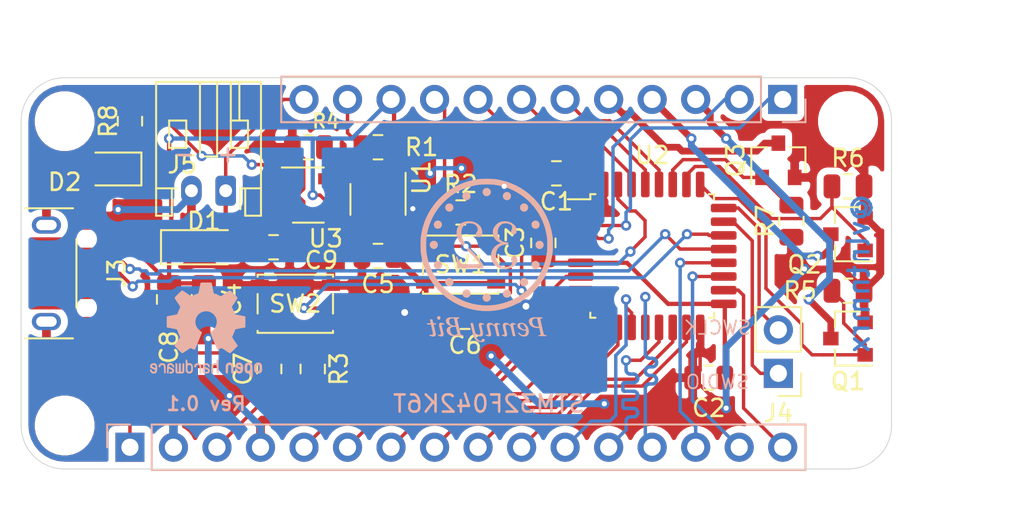
<source format=kicad_pcb>
(kicad_pcb (version 20171130) (host pcbnew "(5.1.4)-1")
  (layers (0 F.Cu signal) (31 B.Cu signal) (34 B.Paste user) (35 F.Paste user) (36 B.SilkS user) (37 F.SilkS user) (38 B.Mask user) (39 F.Mask user) (44 Edge.Cuts user))
  (net 0 "")
  (net 1 GND)
  (net 2 +3V3)
  (net 3 +5V)
  (net 4 /Reset)
  (net 5 /en)
  (net 6 /I2C1_SCL)
  (net 7 /I2C1_SDA)
  (net 8 /UART_TX)
  (net 9 /UART_RX)
  (net 10 /SPI1_MISO)
  (net 11 /SPI1_MOSI)
  (net 12 /SPI1_SCK)
  (net 13 /USB_P)
  (net 14 /USB_N)
  (net 15 /SWCLK)
  (net 16 /SWDIO)
  (net 17 /BOOT)
  (net 18 /bat)
  (net 19 /PINH_10)
  (net 20 /PINH_11)
  (net 21 /PINH_12)
  (net 22 /PINH_13)
  (net 23 /PINH_14)
  (net 24 /PINH_15)
  (net 25 /PINH_8)
  (net 26 /PINH_7)
  (net 27 /PINH_6)
  (net 28 /PINH_5)
  (net 29 /PINH_4)
  (net 30 /PINH_3)
  (net 31 /PINH_2)
  (net 32 /PINH_1)
  (net 33 "Net-(R4-Pad1)")
  (net 34 /FET1)
  (net 35 /FET2)
  (net 36 /FET3)
  (net 37 "Net-(D2-Pad1)")
  (net 38 "Net-(R8-Pad1)")
  (module libs:USB_Micro_XKB (layer F.Cu) (at 83.566 64.77 270)
    (fp_text reference J3 (at 0 -0.75 90) (layer F.SilkS))
    (fp_text value USB_B_Micro)
    (fp_poly (pts (xy -2.1 2.4) (xy -2.1 4.3) (xy -0.2 4.3) (xy -0.2 2.4)) (layer F.Cu) (width 0.01))
    (fp_poly (pts (xy 0.2 2.4) (xy 0.2 4.3) (xy 2.1 4.3) (xy 2.1 2.4)) (layer F.Cu) (width 0.01))
    (pad 6 smd rect (at 3.35 0.8 270) (size 1.6 1.6) (layers F.Cu F.Paste F.Mask) (net 1 GND))
    (pad 6 smd rect (at -3.35 0.8 270) (size 1.6 1.6) (layers F.Cu F.Paste F.Mask) (net 1 GND))
    (pad "" np_thru_hole circle (at -2 1) (size 0.4 0.4) (drill 0.4) (layers *.Cu *.Mask))
    (pad "" np_thru_hole circle (at 2 1) (size 0.4 0.4) (drill 0.4) (layers *.Cu *.Mask))
    (pad 5 smd rect (at 1.3 0.68) (size 1.35 0.4) (layers F.Cu F.Paste F.Mask) (net 1 GND))
    (pad 4 smd rect (at 0.65 0.68) (size 1.35 0.4) (layers F.Cu F.Paste F.Mask))
    (pad 3 smd rect (at 0 0.675) (size 1.35 0.4) (layers F.Cu F.Paste F.Mask) (net 13 /USB_P))
    (pad 2 smd rect (at -0.65 0.675) (size 1.35 0.4) (layers F.Cu F.Paste F.Mask) (net 14 /USB_N))
    (pad 1 smd rect (at -1.3 0.675) (size 1.35 0.4) (layers F.Cu F.Paste F.Mask) (net 3 +5V))
    (pad 6 thru_hole oval (at -2.82 3.35) (size 1.7 1) (drill oval 1.2 0.6) (layers *.Cu *.Mask) (net 1 GND))
    (pad 6 thru_hole oval (at 2.82 3.35) (size 1.7 1) (drill oval 1.2 0.6) (layers *.Cu *.Mask) (net 1 GND))
  )
  (module libs:coin_sym (layer B.Cu) (at 105.918 64.008 180)
    (fp_text reference G*** hide)
    (fp_text value LOGO hide)
  )
  (module Diode_SMD:D_SOD-123 (layer F.Cu) (at 89.154 63.246)
    (fp_text reference D1 (at 0.254 -1.524) (layer F.SilkS))
    (fp_text value "Schottky <250mV")
    (pad 2 smd rect (at 1.65 0) (size 0.9 1.2) (layers F.Cu F.Paste F.Mask) (net 18 /bat))
    (pad 1 smd rect (at -1.65 0) (size 0.9 1.2) (layers F.Cu F.Paste F.Mask) (net 3 +5V))
  )
  (module Symbol:OSHW-Logo2_7.3x6mm_SilkScreen (layer B.Cu) (at 89.535 68.072 180)
    (fp_text reference REF** hide)
    (fp_text value OSHW-Logo2_7.3x6mm_SilkScreen hide)
  )
  (module Package_QFP:LQFP-32_7x7mm_P0.8mm (layer F.Cu) (at 115.57 63.754)
    (fp_text reference U2 (at 0 -5.88) (layer F.SilkS))
    (fp_text value STM32F042K6Tx)
    (pad 32 smd roundrect (at -2.8 -4.175) (size 0.5 1.5) (layers F.Cu F.Paste F.Mask) (net 1 GND))
    (pad 31 smd roundrect (at -2 -4.175) (size 0.5 1.5) (layers F.Cu F.Paste F.Mask) (net 17 /BOOT))
    (pad 30 smd roundrect (at -1.2 -4.175) (size 0.5 1.5) (layers F.Cu F.Paste F.Mask) (net 19 /PINH_10))
    (pad 29 smd roundrect (at -0.4 -4.175) (size 0.5 1.5) (layers F.Cu F.Paste F.Mask) (net 20 /PINH_11))
    (pad 28 smd roundrect (at 0.4 -4.175) (size 0.5 1.5) (layers F.Cu F.Paste F.Mask) (net 21 /PINH_12))
    (pad 27 smd roundrect (at 1.2 -4.175) (size 0.5 1.5) (layers F.Cu F.Paste F.Mask) (net 36 /FET3))
    (pad 26 smd roundrect (at 2 -4.175) (size 0.5 1.5) (layers F.Cu F.Paste F.Mask) (net 35 /FET2))
    (pad 25 smd roundrect (at 2.8 -4.175) (size 0.5 1.5) (layers F.Cu F.Paste F.Mask) (net 34 /FET1))
    (pad 24 smd roundrect (at 4.175 -2.8) (size 1.5 0.5) (layers F.Cu F.Paste F.Mask) (net 15 /SWCLK))
    (pad 23 smd roundrect (at 4.175 -2) (size 1.5 0.5) (layers F.Cu F.Paste F.Mask) (net 16 /SWDIO))
    (pad 22 smd roundrect (at 4.175 -1.2) (size 1.5 0.5) (layers F.Cu F.Paste F.Mask) (net 13 /USB_P))
    (pad 21 smd roundrect (at 4.175 -0.4) (size 1.5 0.5) (layers F.Cu F.Paste F.Mask) (net 14 /USB_N))
    (pad 20 smd roundrect (at 4.175 0.4) (size 1.5 0.5) (layers F.Cu F.Paste F.Mask) (net 9 /UART_RX))
    (pad 19 smd roundrect (at 4.175 1.2) (size 1.5 0.5) (layers F.Cu F.Paste F.Mask) (net 8 /UART_TX))
    (pad 18 smd roundrect (at 4.175 2) (size 1.5 0.5) (layers F.Cu F.Paste F.Mask) (net 25 /PINH_8))
    (pad 17 smd roundrect (at 4.175 2.8) (size 1.5 0.5) (layers F.Cu F.Paste F.Mask) (net 2 +3V3))
    (pad 16 smd roundrect (at 2.8 4.175) (size 0.5 1.5) (layers F.Cu F.Paste F.Mask) (net 1 GND))
    (pad 15 smd roundrect (at 2 4.175) (size 0.5 1.5) (layers F.Cu F.Paste F.Mask) (net 26 /PINH_7))
    (pad 14 smd roundrect (at 1.2 4.175) (size 0.5 1.5) (layers F.Cu F.Paste F.Mask) (net 27 /PINH_6))
    (pad 13 smd roundrect (at 0.4 4.175) (size 0.5 1.5) (layers F.Cu F.Paste F.Mask) (net 11 /SPI1_MOSI))
    (pad 12 smd roundrect (at -0.4 4.175) (size 0.5 1.5) (layers F.Cu F.Paste F.Mask) (net 10 /SPI1_MISO))
    (pad 11 smd roundrect (at -1.2 4.175) (size 0.5 1.5) (layers F.Cu F.Paste F.Mask) (net 12 /SPI1_SCK))
    (pad 10 smd roundrect (at -2 4.175) (size 0.5 1.5) (layers F.Cu F.Paste F.Mask) (net 28 /PINH_5))
    (pad 9 smd roundrect (at -2.8 4.175) (size 0.5 1.5) (layers F.Cu F.Paste F.Mask) (net 29 /PINH_4))
    (pad 8 smd roundrect (at -4.175 2.8) (size 1.5 0.5) (layers F.Cu F.Paste F.Mask) (net 30 /PINH_3))
    (pad 7 smd roundrect (at -4.175 2) (size 1.5 0.5) (layers F.Cu F.Paste F.Mask) (net 31 /PINH_2))
    (pad 6 smd roundrect (at -4.175 1.2) (size 1.5 0.5) (layers F.Cu F.Paste F.Mask) (net 32 /PINH_1))
    (pad 5 smd roundrect (at -4.175 0.4) (size 1.5 0.5) (layers F.Cu F.Paste F.Mask) (net 2 +3V3))
    (pad 4 smd roundrect (at -4.175 -0.4) (size 1.5 0.5) (layers F.Cu F.Paste F.Mask) (net 4 /Reset))
    (pad 3 smd roundrect (at -4.175 -1.2) (size 1.5 0.5) (layers F.Cu F.Paste F.Mask) (net 6 /I2C1_SCL))
    (pad 2 smd roundrect (at -4.175 -2) (size 1.5 0.5) (layers F.Cu F.Paste F.Mask) (net 7 /I2C1_SDA))
    (pad 1 smd roundrect (at -4.175 -2.8) (size 1.5 0.5) (layers F.Cu F.Paste F.Mask) (net 2 +3V3))
  )
  (module Resistor_SMD:R_0805_2012Metric (layer F.Cu) (at 85.09 55.88 270)
    (fp_text reference R8 (at 0 1.27 90) (layer F.SilkS))
    (fp_text value 470)
    (pad 2 smd roundrect (at 0.9375 0 270) (size 0.975 1.4) (layers F.Cu F.Paste F.Mask) (net 37 "Net-(D2-Pad1)"))
    (pad 1 smd roundrect (at -0.9375 0 270) (size 0.975 1.4) (layers F.Cu F.Paste F.Mask) (net 38 "Net-(R8-Pad1)"))
  )
  (module LED_SMD:LED_0805_2012Metric (layer F.Cu) (at 84.074 58.674 180)
    (fp_text reference D2 (at 2.794 -0.762) (layer F.SilkS))
    (fp_text value LED)
    (pad 2 smd roundrect (at 0.9375 0 180) (size 0.975 1.4) (layers F.Cu F.Paste F.Mask) (net 3 +5V))
    (pad 1 smd roundrect (at -0.9375 0 180) (size 0.975 1.4) (layers F.Cu F.Paste F.Mask) (net 37 "Net-(D2-Pad1)"))
  )
  (module Resistor_SMD:R_0805_2012Metric (layer F.Cu) (at 123.698 61.722 270)
    (fp_text reference R7 (at 0 1.524 90) (layer F.SilkS))
    (fp_text value 10k)
    (pad 2 smd roundrect (at 0.9375 0 270) (size 0.975 1.4) (layers F.Cu F.Paste F.Mask) (net 1 GND))
    (pad 1 smd roundrect (at -0.9375 0 270) (size 0.975 1.4) (layers F.Cu F.Paste F.Mask) (net 36 /FET3))
  )
  (module Package_TO_SOT_SMD:SOT-23 (layer F.Cu) (at 127 68.58 180)
    (fp_text reference Q1 (at 0 -2.5) (layer F.SilkS))
    (fp_text value BS170F)
    (pad 3 smd rect (at 1 0 180) (size 0.9 0.8) (layers F.Cu F.Paste F.Mask) (net 24 /PINH_15))
    (pad 2 smd rect (at -1 0.95 180) (size 0.9 0.8) (layers F.Cu F.Paste F.Mask) (net 1 GND))
    (pad 1 smd rect (at -1 -0.95 180) (size 0.9 0.8) (layers F.Cu F.Paste F.Mask) (net 34 /FET1))
  )
  (module Resistor_SMD:R_0805_2012Metric (layer F.Cu) (at 127 59.69)
    (fp_text reference R6 (at 0 -1.65) (layer F.SilkS))
    (fp_text value 10k)
    (pad 2 smd roundrect (at 0.9375 0) (size 0.975 1.4) (layers F.Cu F.Paste F.Mask) (net 1 GND))
    (pad 1 smd roundrect (at -0.9375 0) (size 0.975 1.4) (layers F.Cu F.Paste F.Mask) (net 35 /FET2))
  )
  (module Resistor_SMD:R_0805_2012Metric (layer F.Cu) (at 127 65.786)
    (fp_text reference R5 (at -2.794 0) (layer F.SilkS))
    (fp_text value 10k)
    (pad 2 smd roundrect (at 0.9375 0) (size 0.975 1.4) (layers F.Cu F.Paste F.Mask) (net 1 GND))
    (pad 1 smd roundrect (at -0.9375 0) (size 0.975 1.4) (layers F.Cu F.Paste F.Mask) (net 34 /FET1))
  )
  (module Package_TO_SOT_SMD:SOT-23 (layer F.Cu) (at 122.936 58.166 90)
    (fp_text reference Q3 (at 0 -2.5 90) (layer F.SilkS))
    (fp_text value BS170F)
    (pad 3 smd rect (at 1 0 90) (size 0.9 0.8) (layers F.Cu F.Paste F.Mask) (net 22 /PINH_13))
    (pad 2 smd rect (at -1 0.95 90) (size 0.9 0.8) (layers F.Cu F.Paste F.Mask) (net 1 GND))
    (pad 1 smd rect (at -1 -0.95 90) (size 0.9 0.8) (layers F.Cu F.Paste F.Mask) (net 36 /FET3))
  )
  (module Package_TO_SOT_SMD:SOT-23 (layer F.Cu) (at 127 62.484 180)
    (fp_text reference Q2 (at 2.54 -1.778) (layer F.SilkS))
    (fp_text value BS170F)
    (pad 3 smd rect (at 1 0 180) (size 0.9 0.8) (layers F.Cu F.Paste F.Mask) (net 23 /PINH_14))
    (pad 2 smd rect (at -1 0.95 180) (size 0.9 0.8) (layers F.Cu F.Paste F.Mask) (net 1 GND))
    (pad 1 smd rect (at -1 -0.95 180) (size 0.9 0.8) (layers F.Cu F.Paste F.Mask) (net 35 /FET2))
  )
  (module Connector_PinHeader_2.54mm:PinHeader_1x02_P2.54mm_Vertical (layer F.Cu) (at 122.936 70.612 180)
    (fp_text reference J4 (at 0 -2.33) (layer F.SilkS))
    (fp_text value Conn_01x02)
    (pad 2 thru_hole oval (at 0 2.54 180) (size 1.7 1.7) (drill 1) (layers *.Cu *.Mask) (net 15 /SWCLK))
    (pad 1 thru_hole rect (at 0 0 180) (size 1.7 1.7) (drill 1) (layers *.Cu *.Mask) (net 16 /SWDIO))
  )
  (module Connector_JST:JST_PH_S2B-PH-K_1x02_P2.00mm_Horizontal (layer F.Cu) (at 90.678 59.944 180)
    (fp_text reference J5 (at 2.54 1.524) (layer F.SilkS))
    (fp_text value Conn_01x02)
    (pad 2 thru_hole oval (at 2 0 180) (size 1.2 1.75) (drill 0.75) (layers *.Cu *.Mask) (net 1 GND))
    (pad 1 thru_hole roundrect (at 0 0 180) (size 1.2 1.75) (drill 0.75) (layers *.Cu *.Mask) (roundrect_rratio 0.208333) (net 18 /bat))
  )
  (module Package_TO_SOT_SMD:SOT-23-5 (layer F.Cu) (at 95.504 60.198)
    (fp_text reference U3 (at 1.016 2.54) (layer F.SilkS))
    (fp_text value MCP73831-2-OT)
    (pad 5 smd rect (at 1.1 -0.95) (size 1.06 0.65) (layers F.Cu F.Paste F.Mask) (net 33 "Net-(R4-Pad1)"))
    (pad 4 smd rect (at 1.1 0.95) (size 1.06 0.65) (layers F.Cu F.Paste F.Mask) (net 3 +5V))
    (pad 3 smd rect (at -1.1 0.95) (size 1.06 0.65) (layers F.Cu F.Paste F.Mask) (net 18 /bat))
    (pad 2 smd rect (at -1.1 0) (size 1.06 0.65) (layers F.Cu F.Paste F.Mask) (net 1 GND))
    (pad 1 smd rect (at -1.1 -0.95) (size 1.06 0.65) (layers F.Cu F.Paste F.Mask) (net 38 "Net-(R8-Pad1)"))
  )
  (module Resistor_SMD:R_0805_2012Metric (layer F.Cu) (at 95.504 57.404 180)
    (fp_text reference R4 (at -1.016 1.524) (layer F.SilkS) (effects (font (size 0.8 0.8))))
    (fp_text value 2k?)
    (pad 2 smd roundrect (at 0.9375 0 180) (size 0.975 1.4) (layers F.Cu F.Paste F.Mask) (net 1 GND))
    (pad 1 smd roundrect (at -0.9375 0 180) (size 0.975 1.4) (layers F.Cu F.Paste F.Mask) (net 33 "Net-(R4-Pad1)"))
  )
  (module Capacitor_SMD:C_0805_2012Metric (layer F.Cu) (at 93.472 63.246)
    (fp_text reference C9 (at 2.794 0.762) (layer F.SilkS))
    (fp_text value 4.7uF)
    (pad 2 smd roundrect (at 0.9375 0) (size 0.975 1.4) (layers F.Cu F.Paste F.Mask) (net 1 GND))
    (pad 1 smd roundrect (at -0.9375 0) (size 0.975 1.4) (layers F.Cu F.Paste F.Mask) (net 18 /bat))
  )
  (module Capacitor_SMD:C_0805_2012Metric (layer F.Cu) (at 87.376 66.294 270)
    (fp_text reference C8 (at 2.794 0 90) (layer F.SilkS))
    (fp_text value 4.7uF)
    (pad 2 smd roundrect (at 0.9375 0 270) (size 0.975 1.4) (layers F.Cu F.Paste F.Mask) (net 1 GND))
    (pad 1 smd roundrect (at -0.9375 0 270) (size 0.975 1.4) (layers F.Cu F.Paste F.Mask) (net 3 +5V))
  )
  (module Package_TO_SOT_SMD:SOT-23-5 (layer F.Cu) (at 99.568 60.452 270)
    (fp_text reference U1 (at -1.27 -2.54 90) (layer F.SilkS))
    (fp_text value TLV70233_SOT23-5)
    (pad 5 smd rect (at 1.1 -0.95 270) (size 1.06 0.65) (layers F.Cu F.Paste F.Mask) (net 2 +3V3))
    (pad 4 smd rect (at 1.1 0.95 270) (size 1.06 0.65) (layers F.Cu F.Paste F.Mask))
    (pad 3 smd rect (at -1.1 0.95 270) (size 1.06 0.65) (layers F.Cu F.Paste F.Mask) (net 5 /en))
    (pad 2 smd rect (at -1.1 0 270) (size 1.06 0.65) (layers F.Cu F.Paste F.Mask) (net 1 GND))
    (pad 1 smd rect (at -1.1 -0.95 270) (size 1.06 0.65) (layers F.Cu F.Paste F.Mask) (net 3 +5V))
  )
  (module Button_Switch_SMD:SW_SPST_PTS810 (layer F.Cu) (at 94.742 66.548)
    (fp_text reference SW2 (at 0 0) (layer F.SilkS))
    (fp_text value SW_Push)
    (pad 2 smd rect (at 2.075 1.075) (size 1.05 0.65) (layers F.Cu F.Paste F.Mask) (net 4 /Reset))
    (pad 2 smd rect (at -2.075 1.075) (size 1.05 0.65) (layers F.Cu F.Paste F.Mask) (net 4 /Reset))
    (pad 1 smd rect (at 2.075 -1.075) (size 1.05 0.65) (layers F.Cu F.Paste F.Mask) (net 1 GND))
    (pad 1 smd rect (at -2.075 -1.075) (size 1.05 0.65) (layers F.Cu F.Paste F.Mask) (net 1 GND))
  )
  (module Button_Switch_SMD:SW_SPST_PTS810 (layer F.Cu) (at 104.394 64.262 180)
    (fp_text reference SW1 (at 0 0) (layer F.SilkS))
    (fp_text value SW_Push)
    (pad 2 smd rect (at 2.075 1.075 180) (size 1.05 0.65) (layers F.Cu F.Paste F.Mask) (net 17 /BOOT))
    (pad 2 smd rect (at -2.075 1.075 180) (size 1.05 0.65) (layers F.Cu F.Paste F.Mask) (net 17 /BOOT))
    (pad 1 smd rect (at 2.075 -1.075 180) (size 1.05 0.65) (layers F.Cu F.Paste F.Mask) (net 2 +3V3))
    (pad 1 smd rect (at -2.075 -1.075 180) (size 1.05 0.65) (layers F.Cu F.Paste F.Mask) (net 2 +3V3))
  )
  (module Resistor_SMD:R_0805_2012Metric (layer F.Cu) (at 95.758 70.358 90)
    (fp_text reference R3 (at 0 1.524 90) (layer F.SilkS))
    (fp_text value 10k)
    (pad 2 smd roundrect (at 0.9375 0 90) (size 0.975 1.4) (layers F.Cu F.Paste F.Mask) (net 4 /Reset))
    (pad 1 smd roundrect (at -0.9375 0 90) (size 0.975 1.4) (layers F.Cu F.Paste F.Mask) (net 2 +3V3))
  )
  (module Resistor_SMD:R_0805_2012Metric (layer F.Cu) (at 104.394 61.214)
    (fp_text reference R2 (at 0 -1.65) (layer F.SilkS))
    (fp_text value 10k)
    (pad 2 smd roundrect (at 0.9375 0) (size 0.975 1.4) (layers F.Cu F.Paste F.Mask) (net 1 GND))
    (pad 1 smd roundrect (at -0.9375 0) (size 0.975 1.4) (layers F.Cu F.Paste F.Mask) (net 17 /BOOT))
  )
  (module Resistor_SMD:R_0805_2012Metric (layer F.Cu) (at 99.568 57.404 180)
    (fp_text reference R1 (at -2.54 0) (layer F.SilkS))
    (fp_text value 10k??)
    (pad 2 smd roundrect (at 0.9375 0 180) (size 0.975 1.4) (layers F.Cu F.Paste F.Mask) (net 5 /en))
    (pad 1 smd roundrect (at -0.9375 0 180) (size 0.975 1.4) (layers F.Cu F.Paste F.Mask) (net 3 +5V))
  )
  (module Capacitor_SMD:C_0805_2012Metric (layer F.Cu) (at 93.218 70.358 270)
    (fp_text reference C7 (at 0 1.524 90) (layer F.SilkS))
    (fp_text value 100nF)
    (pad 2 smd roundrect (at 0.9375 0 270) (size 0.975 1.4) (layers F.Cu F.Paste F.Mask) (net 1 GND))
    (pad 1 smd roundrect (at -0.9375 0 270) (size 0.975 1.4) (layers F.Cu F.Paste F.Mask) (net 4 /Reset))
  )
  (module Capacitor_SMD:C_0805_2012Metric (layer F.Cu) (at 104.648 67.31 180)
    (fp_text reference C6 (at 0 -1.65) (layer F.SilkS))
    (fp_text value 100nF)
    (pad 2 smd roundrect (at 0.9375 0 180) (size 0.975 1.4) (layers F.Cu F.Paste F.Mask) (net 2 +3V3))
    (pad 1 smd roundrect (at -0.9375 0 180) (size 0.975 1.4) (layers F.Cu F.Paste F.Mask) (net 17 /BOOT))
  )
  (module Capacitor_SMD:C_0805_2012Metric (layer F.Cu) (at 99.568 63.754 180)
    (fp_text reference C5 (at 0 -1.65) (layer F.SilkS))
    (fp_text value 1uF)
    (pad 2 smd roundrect (at 0.9375 0 180) (size 0.975 1.4) (layers F.Cu F.Paste F.Mask) (net 1 GND))
    (pad 1 smd roundrect (at -0.9375 0 180) (size 0.975 1.4) (layers F.Cu F.Paste F.Mask) (net 2 +3V3))
  )
  (module Capacitor_SMD:C_0805_2012Metric (layer F.Cu) (at 89.408 66.294 270)
    (fp_text reference C4 (at 0 -1.65 90) (layer F.SilkS))
    (fp_text value 1uF)
    (pad 2 smd roundrect (at 0.9375 0 270) (size 0.975 1.4) (layers F.Cu F.Paste F.Mask) (net 1 GND))
    (pad 1 smd roundrect (at -0.9375 0 270) (size 0.975 1.4) (layers F.Cu F.Paste F.Mask) (net 3 +5V))
  )
  (module Capacitor_SMD:C_0805_2012Metric (layer F.Cu) (at 109.22 62.992 90)
    (fp_text reference C3 (at 0 -1.65 90) (layer F.SilkS))
    (fp_text value 100nF)
    (pad 2 smd roundrect (at 0.9375 0 90) (size 0.975 1.4) (layers F.Cu F.Paste F.Mask) (net 1 GND))
    (pad 1 smd roundrect (at -0.9375 0 90) (size 0.975 1.4) (layers F.Cu F.Paste F.Mask) (net 2 +3V3))
  )
  (module Capacitor_SMD:C_0805_2012Metric (layer F.Cu) (at 118.872 70.866)
    (fp_text reference C2 (at 0 1.778) (layer F.SilkS))
    (fp_text value 100nF)
    (pad 2 smd roundrect (at 0.9375 0) (size 0.975 1.4) (layers F.Cu F.Paste F.Mask) (net 2 +3V3))
    (pad 1 smd roundrect (at -0.9375 0) (size 0.975 1.4) (layers F.Cu F.Paste F.Mask) (net 1 GND))
  )
  (module Capacitor_SMD:C_0805_2012Metric (layer F.Cu) (at 109.982 58.928 180)
    (fp_text reference C1 (at 0 -1.65) (layer F.SilkS))
    (fp_text value 100nF)
    (pad 2 smd roundrect (at 0.9375 0 180) (size 0.975 1.4) (layers F.Cu F.Paste F.Mask) (net 1 GND))
    (pad 1 smd roundrect (at -0.9375 0 180) (size 0.975 1.4) (layers F.Cu F.Paste F.Mask) (net 2 +3V3))
  )
  (module MountingHole:MountingHole_2.7mm_M2.5 (layer F.Cu) (at 127 55.88)
    (fp_text reference H4)
    (fp_text value MountingHole)
    (pad 1 np_thru_hole circle (at 0 0) (size 2.7 2.7) (drill 2.7) (layers *.Cu *.Mask))
  )
  (module MountingHole:MountingHole_2.7mm_M2.5 (layer F.Cu) (at 127 73.66)
    (fp_text reference H3)
    (fp_text value MountingHole)
    (pad 1 np_thru_hole circle (at 0 0) (size 2.7 2.7) (drill 2.7) (layers *.Cu *.Mask))
  )
  (module MountingHole:MountingHole_2.7mm_M2.5 (layer F.Cu) (at 81.28 73.66)
    (fp_text reference H2)
    (fp_text value MountingHole)
    (pad 1 np_thru_hole circle (at 0 0) (size 2.7 2.7) (drill 2.7) (layers *.Cu *.Mask))
  )
  (module MountingHole:MountingHole_2.7mm_M2.5 (layer F.Cu) (at 81.28 55.88)
    (fp_text reference H1)
    (fp_text value MountingHole)
    (pad 1 np_thru_hole circle (at 0 0) (size 2.7 2.7) (drill 2.7) (layers *.Cu *.Mask))
  )
  (module Connector_PinHeader_2.54mm:PinHeader_1x16_P2.54mm_Vertical (layer B.Cu) (at 85.09 74.93 270)
    (fp_text reference J2 hide)
    (fp_text value Conn_01x16)
    (pad 16 thru_hole oval (at 0 -38.1 270) (size 1.7 1.7) (drill 1) (layers *.Cu *.Mask) (net 25 /PINH_8))
    (pad 15 thru_hole oval (at 0 -35.56 270) (size 1.7 1.7) (drill 1) (layers *.Cu *.Mask) (net 8 /UART_TX))
    (pad 14 thru_hole oval (at 0 -33.02 270) (size 1.7 1.7) (drill 1) (layers *.Cu *.Mask) (net 9 /UART_RX))
    (pad 13 thru_hole oval (at 0 -30.48 270) (size 1.7 1.7) (drill 1) (layers *.Cu *.Mask) (net 10 /SPI1_MISO))
    (pad 12 thru_hole oval (at 0 -27.94 270) (size 1.7 1.7) (drill 1) (layers *.Cu *.Mask) (net 11 /SPI1_MOSI))
    (pad 11 thru_hole oval (at 0 -25.4 270) (size 1.7 1.7) (drill 1) (layers *.Cu *.Mask) (net 12 /SPI1_SCK))
    (pad 10 thru_hole oval (at 0 -22.86 270) (size 1.7 1.7) (drill 1) (layers *.Cu *.Mask) (net 26 /PINH_7))
    (pad 9 thru_hole oval (at 0 -20.32 270) (size 1.7 1.7) (drill 1) (layers *.Cu *.Mask) (net 27 /PINH_6))
    (pad 8 thru_hole oval (at 0 -17.78 270) (size 1.7 1.7) (drill 1) (layers *.Cu *.Mask) (net 28 /PINH_5))
    (pad 7 thru_hole oval (at 0 -15.24 270) (size 1.7 1.7) (drill 1) (layers *.Cu *.Mask) (net 29 /PINH_4))
    (pad 6 thru_hole oval (at 0 -12.7 270) (size 1.7 1.7) (drill 1) (layers *.Cu *.Mask) (net 30 /PINH_3))
    (pad 5 thru_hole oval (at 0 -10.16 270) (size 1.7 1.7) (drill 1) (layers *.Cu *.Mask) (net 31 /PINH_2))
    (pad 4 thru_hole oval (at 0 -7.62 270) (size 1.7 1.7) (drill 1) (layers *.Cu *.Mask) (net 1 GND))
    (pad 3 thru_hole oval (at 0 -5.08 270) (size 1.7 1.7) (drill 1) (layers *.Cu *.Mask) (net 32 /PINH_1))
    (pad 2 thru_hole oval (at 0 -2.54 270) (size 1.7 1.7) (drill 1) (layers *.Cu *.Mask) (net 2 +3V3))
    (pad 1 thru_hole rect (at 0 0 270) (size 1.7 1.7) (drill 1) (layers *.Cu *.Mask) (net 4 /Reset))
  )
  (module Connector_PinHeader_2.54mm:PinHeader_1x12_P2.54mm_Vertical (layer B.Cu) (at 123.19 54.61 90)
    (fp_text reference J1 hide)
    (fp_text value Conn_01x12)
    (pad 12 thru_hole oval (at 0 -27.94 90) (size 1.7 1.7) (drill 1) (layers *.Cu *.Mask) (net 18 /bat))
    (pad 11 thru_hole oval (at 0 -25.4 90) (size 1.7 1.7) (drill 1) (layers *.Cu *.Mask) (net 5 /en))
    (pad 10 thru_hole oval (at 0 -22.86 90) (size 1.7 1.7) (drill 1) (layers *.Cu *.Mask) (net 3 +5V))
    (pad 9 thru_hole oval (at 0 -20.32 90) (size 1.7 1.7) (drill 1) (layers *.Cu *.Mask) (net 17 /BOOT))
    (pad 8 thru_hole oval (at 0 -17.78 90) (size 1.7 1.7) (drill 1) (layers *.Cu *.Mask) (net 19 /PINH_10))
    (pad 7 thru_hole oval (at 0 -15.24 90) (size 1.7 1.7) (drill 1) (layers *.Cu *.Mask) (net 20 /PINH_11))
    (pad 6 thru_hole oval (at 0 -12.7 90) (size 1.7 1.7) (drill 1) (layers *.Cu *.Mask) (net 21 /PINH_12))
    (pad 5 thru_hole oval (at 0 -10.16 90) (size 1.7 1.7) (drill 1) (layers *.Cu *.Mask) (net 22 /PINH_13))
    (pad 4 thru_hole oval (at 0 -7.62 90) (size 1.7 1.7) (drill 1) (layers *.Cu *.Mask) (net 23 /PINH_14))
    (pad 3 thru_hole oval (at 0 -5.08 90) (size 1.7 1.7) (drill 1) (layers *.Cu *.Mask) (net 24 /PINH_15))
    (pad 2 thru_hole oval (at 0 -2.54 90) (size 1.7 1.7) (drill 1) (layers *.Cu *.Mask) (net 6 /I2C1_SCL))
    (pad 1 thru_hole rect (at 0 0 90) (size 1.7 1.7) (drill 1) (layers *.Cu *.Mask) (net 7 /I2C1_SDA))
  )
  (gr_text - (at 88.265 57.785) (layer B.SilkS) (effects (font (size 1 1)) (justify mirror)))
  (gr_text + (at 90.805 57.785) (layer B.SilkS) (effects (font (size 1 1)) (justify mirror)))
  (gr_text STM32F042K6T (at 106.045 72.39) (layer B.SilkS) (effects (font (size 1 1)) (justify mirror)))
  (gr_text SWCLK (at 119.38 67.945) (layer B.SilkS) (effects (font (size 0.8 0.8) (thickness 0.1)) (justify mirror)))
  (gr_text SWDIO (at 119.38 71.12) (layer B.SilkS) (effects (font (size 0.8 0.8) (thickness 0.1)) (justify mirror)))
  (gr_text @vlntnmrx (at 127.635 64.77 90) (layer B.Cu) (effects (font (size 1.2 1.2) (thickness 0.2)) (justify mirror)))
  (gr_text "Rev 0.1" (at 89.535 72.39) (layer B.SilkS) (effects (font (size 0.8 0.8)) (justify mirror)))
  (gr_arc (start 127 55.88) (end 129.54 55.88) (angle -90) (layer Edge.Cuts) (width 0.05))
  (gr_arc (start 127 73.66) (end 127 76.2) (angle -90) (layer Edge.Cuts) (width 0.05))
  (gr_arc (start 81.28 73.66) (end 78.74 73.66) (angle -90) (layer Edge.Cuts) (width 0.05))
  (gr_arc (start 81.28 55.88) (end 81.28 53.34) (angle -90) (layer Edge.Cuts) (width 0.05))
  (gr_line (start 78.74 73.66) (end 78.74 55.88) (layer Edge.Cuts) (width 0.05))
  (gr_line (start 127 76.2) (end 81.28 76.2) (layer Edge.Cuts) (width 0.05))
  (gr_line (start 127 53.34) (end 81.28 53.34) (layer Edge.Cuts) (width 0.05))
  (gr_line (start 129.54 55.88) (end 129.54 73.66) (layer Edge.Cuts) (width 0.05))
  (segment (start 94.869998 60.198) (end 94.404 60.198) (width 0.2) (layer F.Cu) (net 1))
  (segment (start 95.234001 59.833997) (end 94.869998 60.198) (width 0.2) (layer F.Cu) (net 1))
  (segment (start 95.234001 58.071501) (end 95.234001 59.833997) (width 0.2) (layer F.Cu) (net 1))
  (segment (start 94.5665 57.404) (end 95.234001 58.071501) (width 0.2) (layer F.Cu) (net 1))
  (segment (start 94.965737 62.689763) (end 94.4095 63.246) (width 0.2) (layer F.Cu) (net 1))
  (segment (start 95.234001 62.421499) (end 94.965737 62.689763) (width 0.2) (layer F.Cu) (net 1))
  (segment (start 95.234001 60.582999) (end 95.234001 62.421499) (width 0.2) (layer F.Cu) (net 1))
  (segment (start 94.849002 60.198) (end 95.234001 60.582999) (width 0.2) (layer F.Cu) (net 1))
  (segment (start 94.404 60.198) (end 94.849002 60.198) (width 0.2) (layer F.Cu) (net 1))
  (segment (start 96.725503 62.421499) (end 95.234001 62.421499) (width 0.2) (layer F.Cu) (net 1))
  (segment (start 97.434001 61.713001) (end 96.725503 62.421499) (width 0.2) (layer F.Cu) (net 1))
  (segment (start 97.434001 61.340997) (end 97.434001 61.713001) (width 0.2) (layer F.Cu) (net 1))
  (segment (start 98.928001 60.721999) (end 98.052999 60.721999) (width 0.2) (layer F.Cu) (net 1))
  (segment (start 98.052999 60.721999) (end 97.434001 61.340997) (width 0.2) (layer F.Cu) (net 1))
  (segment (start 99.568 59.352) (end 99.568 60.082) (width 0.2) (layer F.Cu) (net 1))
  (segment (start 92.71 73.727919) (end 90.898041 71.915959) (width 0.4) (layer B.Cu) (net 1))
  (segment (start 92.71 74.93) (end 92.71 73.727919) (width 0.4) (layer B.Cu) (net 1))
  (segment (start 89.662 70.679919) (end 89.662 68.58) (width 0.4) (layer B.Cu) (net 1))
  (segment (start 90.898041 71.915959) (end 89.662 70.679919) (width 0.4) (layer B.Cu) (net 1))
  (via (at 90.898041 71.915959) (size 0.6) (drill 0.3) (layers F.Cu B.Cu) (net 1))
  (segment (start 89.662 68.58) (end 89.662 68.58) (width 0.25) (layer B.Cu) (net 1))
  (via (at 89.662 68.58) (size 0.6) (drill 0.3) (layers F.Cu B.Cu) (net 1))
  (segment (start 91.5185 71.2955) (end 93.218 71.2955) (width 0.25) (layer F.Cu) (net 1))
  (segment (start 90.898041 71.915959) (end 91.5185 71.2955) (width 0.25) (layer F.Cu) (net 1))
  (segment (start 99.383 60.267) (end 101.277 60.267) (width 0.2) (layer F.Cu) (net 1))
  (segment (start 99.383 60.267) (end 98.928001 60.721999) (width 0.2) (layer F.Cu) (net 1))
  (segment (start 99.568 60.082) (end 99.383 60.267) (width 0.2) (layer F.Cu) (net 1))
  (segment (start 101.277 60.267) (end 102.616 58.928) (width 0.2) (layer F.Cu) (net 1))
  (segment (start 102.616 58.928) (end 102.616 58.928) (width 0.2) (layer F.Cu) (net 1))
  (via (at 104.439999 58.628001) (size 0.6) (drill 0.3) (layers F.Cu B.Cu) (net 1))
  (via (at 102.616 58.928) (size 0.6) (drill 0.3) (layers F.Cu B.Cu) (net 1))
  (segment (start 102.616 58.928) (end 102.915999 58.628001) (width 0.25) (layer B.Cu) (net 1))
  (segment (start 102.915999 58.628001) (end 104.439999 58.628001) (width 0.25) (layer B.Cu) (net 1))
  (segment (start 88.678 60.219) (end 88.678 59.944) (width 0.2) (layer B.Cu) (net 1))
  (segment (start 87.852 61.045) (end 88.678 60.219) (width 0.4) (layer B.Cu) (net 1))
  (segment (start 84.4 61.045) (end 84.4 61.045) (width 0.4) (layer B.Cu) (net 1))
  (via (at 112.776 72.39) (size 0.6) (drill 0.3) (layers F.Cu B.Cu) (net 1))
  (via (at 106.172 69.596) (size 0.6) (drill 0.3) (layers F.Cu B.Cu) (net 1))
  (segment (start 108.966 72.39) (end 112.776 72.39) (width 0.4) (layer B.Cu) (net 1))
  (segment (start 106.172 69.596) (end 108.966 72.39) (width 0.4) (layer B.Cu) (net 1))
  (segment (start 118.37 70.4305) (end 117.9345 70.866) (width 0.2) (layer F.Cu) (net 1))
  (segment (start 118.37 67.929) (end 118.37 70.4305) (width 0.2) (layer F.Cu) (net 1))
  (segment (start 109.600737 58.371763) (end 109.0445 58.928) (width 0.25) (layer F.Cu) (net 1))
  (segment (start 110.06951 57.90299) (end 109.600737 58.371763) (width 0.25) (layer F.Cu) (net 1))
  (segment (start 111.39884 57.90299) (end 110.06951 57.90299) (width 0.25) (layer F.Cu) (net 1))
  (segment (start 112.44929 58.95344) (end 111.39884 57.90299) (width 0.25) (layer F.Cu) (net 1))
  (segment (start 112.44929 59.25829) (end 112.44929 58.95344) (width 0.25) (layer F.Cu) (net 1))
  (segment (start 112.77 59.579) (end 112.44929 59.25829) (width 0.25) (layer F.Cu) (net 1))
  (segment (start 124.46 64.516) (end 124.46 64.516) (width 0.2) (layer F.Cu) (net 1))
  (via (at 124.46 64.516) (size 0.6) (drill 0.3) (layers F.Cu B.Cu) (net 1))
  (segment (start 124.46 64.516) (end 119.888 69.088) (width 0.4) (layer B.Cu) (net 1))
  (segment (start 119.888 69.088) (end 119.888 72.644) (width 0.4) (layer B.Cu) (net 1))
  (segment (start 119.888 72.644) (end 119.888 72.644) (width 0.2) (layer B.Cu) (net 1))
  (via (at 119.888 72.644) (size 0.6) (drill 0.3) (layers F.Cu B.Cu) (net 1))
  (segment (start 119.7125 72.644) (end 119.888 72.644) (width 0.2) (layer F.Cu) (net 1))
  (segment (start 117.9345 70.866) (end 119.7125 72.644) (width 0.2) (layer F.Cu) (net 1))
  (segment (start 123.698 63.754) (end 124.46 64.516) (width 0.2) (layer F.Cu) (net 1))
  (segment (start 123.698 62.6595) (end 123.698 63.754) (width 0.2) (layer F.Cu) (net 1))
  (segment (start 128.850001 64.873499) (end 127.9375 65.786) (width 0.4) (layer F.Cu) (net 1))
  (segment (start 128.85 62.334) (end 128.850001 64.873499) (width 0.4) (layer F.Cu) (net 1))
  (segment (start 128 61.534) (end 128.05 61.534) (width 0.4) (layer F.Cu) (net 1))
  (segment (start 128.05 61.534) (end 128.85 62.334) (width 0.4) (layer F.Cu) (net 1))
  (segment (start 126.6675 64.516) (end 127.9375 65.786) (width 0.4) (layer F.Cu) (net 1))
  (segment (start 124.46 64.516) (end 126.6675 64.516) (width 0.4) (layer F.Cu) (net 1))
  (segment (start 127.9375 67.5675) (end 128 67.63) (width 0.4) (layer F.Cu) (net 1))
  (segment (start 127.9375 65.786) (end 127.9375 67.5675) (width 0.4) (layer F.Cu) (net 1))
  (segment (start 124.686 59.166) (end 123.886 59.166) (width 0.4) (layer F.Cu) (net 1))
  (segment (start 125.686 58.166) (end 124.686 59.166) (width 0.4) (layer F.Cu) (net 1))
  (segment (start 127.2135 58.166) (end 125.686 58.166) (width 0.4) (layer F.Cu) (net 1))
  (segment (start 127.9375 58.89) (end 127.2135 58.166) (width 0.4) (layer F.Cu) (net 1))
  (segment (start 127.9375 59.69) (end 127.9375 58.89) (width 0.4) (layer F.Cu) (net 1))
  (segment (start 128 59.7525) (end 127.9375 59.69) (width 0.4) (layer F.Cu) (net 1))
  (segment (start 128 61.534) (end 128 59.7525) (width 0.4) (layer F.Cu) (net 1))
  (segment (start 89.662 67.4855) (end 89.408 67.2315) (width 0.25) (layer F.Cu) (net 1))
  (segment (start 89.662 68.58) (end 89.662 67.4855) (width 0.25) (layer F.Cu) (net 1))
  (segment (start 84.4 61.045) (end 87.852 61.045) (width 0.4) (layer B.Cu) (net 1))
  (via (at 84.4 61.045) (size 0.6) (drill 0.3) (layers F.Cu B.Cu) (net 1))
  (segment (start 82.886 66.07) (end 84.358 66.07) (width 0.2) (layer F.Cu) (net 1))
  (segment (start 84.358 66.07) (end 84.582 66.294) (width 0.2) (layer F.Cu) (net 1))
  (segment (start 84.582 66.294) (end 84.582 67.818) (width 0.2) (layer F.Cu) (net 1))
  (segment (start 84.53 67.87) (end 82.766 67.87) (width 0.2) (layer F.Cu) (net 1))
  (segment (start 84.582 67.818) (end 84.53 67.87) (width 0.2) (layer F.Cu) (net 1))
  (segment (start 100.518 63.7415) (end 100.5055 63.754) (width 0.25) (layer F.Cu) (net 2))
  (segment (start 100.518 61.552) (end 100.518 63.7415) (width 0.4) (layer F.Cu) (net 2))
  (segment (start 94.67051 70.20801) (end 88.79599 70.20801) (width 0.2) (layer F.Cu) (net 2))
  (segment (start 95.758 71.2955) (end 94.67051 70.20801) (width 0.2) (layer F.Cu) (net 2))
  (segment (start 87.63 71.374) (end 87.63 74.93) (width 0.2) (layer F.Cu) (net 2))
  (segment (start 88.79599 70.20801) (end 87.63 71.374) (width 0.2) (layer F.Cu) (net 2))
  (segment (start 102.319 65.9185) (end 102.319 65.337) (width 0.4) (layer F.Cu) (net 2))
  (segment (start 103.7105 67.31) (end 102.319 65.9185) (width 0.25) (layer F.Cu) (net 2))
  (segment (start 102.0885 65.337) (end 102.319 65.337) (width 0.2) (layer F.Cu) (net 2))
  (segment (start 100.5055 63.754) (end 102.0885 65.337) (width 0.4) (layer F.Cu) (net 2))
  (segment (start 102.319 65.862) (end 101.125 67.056) (width 0.4) (layer F.Cu) (net 2))
  (segment (start 102.319 65.337) (end 102.319 65.862) (width 0.2) (layer F.Cu) (net 2))
  (segment (start 101.125 67.056) (end 101.125 67.056) (width 0.2) (layer F.Cu) (net 2))
  (segment (start 106.469 65.337) (end 102.319 65.337) (width 0.25) (layer F.Cu) (net 2))
  (segment (start 101.043 61.552) (end 101.6 60.995) (width 0.25) (layer F.Cu) (net 2))
  (segment (start 100.518 61.552) (end 101.043 61.552) (width 0.25) (layer F.Cu) (net 2))
  (segment (start 101.6 60.995) (end 101.6 60.995) (width 0.2) (layer F.Cu) (net 2))
  (via (at 101.6 60.995) (size 0.6) (drill 0.3) (layers F.Cu B.Cu) (net 2))
  (segment (start 109.4445 64.154) (end 109.22 63.9295) (width 0.2) (layer F.Cu) (net 2))
  (segment (start 111.395 64.154) (end 109.4445 64.154) (width 0.25) (layer F.Cu) (net 2))
  (segment (start 119.8095 66.6185) (end 119.745 66.554) (width 0.2) (layer F.Cu) (net 2))
  (segment (start 119.8095 70.866) (end 119.8095 66.6185) (width 0.25) (layer F.Cu) (net 2))
  (segment (start 118.895 66.554) (end 119.745 66.554) (width 0.25) (layer F.Cu) (net 2))
  (segment (start 116.501002 66.554) (end 118.895 66.554) (width 0.25) (layer F.Cu) (net 2))
  (segment (start 114.101002 64.154) (end 116.501002 66.554) (width 0.25) (layer F.Cu) (net 2))
  (segment (start 111.395 64.154) (end 114.101002 64.154) (width 0.25) (layer F.Cu) (net 2))
  (segment (start 111.395 59.4035) (end 110.9195 58.928) (width 0.25) (layer F.Cu) (net 2))
  (segment (start 111.395 60.954) (end 111.395 59.4035) (width 0.25) (layer F.Cu) (net 2))
  (segment (start 111.07429 60.63329) (end 107.87729 60.63329) (width 0.25) (layer F.Cu) (net 2))
  (segment (start 111.395 60.954) (end 111.07429 60.63329) (width 0.25) (layer F.Cu) (net 2))
  (segment (start 107.87729 60.63329) (end 106.934 59.69) (width 0.25) (layer F.Cu) (net 2))
  (segment (start 106.934 59.69) (end 106.934 59.69) (width 0.25) (layer F.Cu) (net 2))
  (via (at 106.934 59.69) (size 0.6) (drill 0.3) (layers F.Cu B.Cu) (net 2))
  (segment (start 109.22 65.677946) (end 108.204 66.693946) (width 0.25) (layer F.Cu) (net 2))
  (segment (start 109.22 63.9295) (end 109.22 65.677946) (width 0.25) (layer F.Cu) (net 2))
  (segment (start 108.204 66.693946) (end 108.204 66.693946) (width 0.25) (layer F.Cu) (net 2))
  (via (at 108.204 66.693946) (size 0.8) (drill 0.4) (layers F.Cu B.Cu) (net 2))
  (segment (start 101.125 67.056) (end 101.125 67.056) (width 0.2) (layer F.Cu) (net 2))
  (via (at 101.125 67.056) (size 0.8) (drill 0.4) (layers F.Cu B.Cu) (net 2))
  (segment (start 87.376 56.896) (end 87.376 56.896) (width 0.25) (layer F.Cu) (net 3))
  (via (at 87.376 56.896) (size 0.6) (drill 0.3) (layers F.Cu B.Cu) (net 3))
  (segment (start 98.044 56.896) (end 100.33 54.61) (width 0.25) (layer B.Cu) (net 3))
  (segment (start 100.5055 54.7855) (end 100.33 54.61) (width 0.2) (layer F.Cu) (net 3))
  (segment (start 100.5055 57.404) (end 100.5055 54.7855) (width 0.25) (layer F.Cu) (net 3))
  (segment (start 100.518 57.4165) (end 100.5055 57.404) (width 0.2) (layer F.Cu) (net 3))
  (segment (start 100.518 59.352) (end 100.518 57.4165) (width 0.25) (layer F.Cu) (net 3))
  (segment (start 96.604 60.623) (end 96.179 60.198) (width 0.2) (layer F.Cu) (net 3))
  (segment (start 96.604 61.148) (end 96.604 60.623) (width 0.2) (layer F.Cu) (net 3))
  (segment (start 96.179 60.198) (end 95.758 60.198) (width 0.2) (layer F.Cu) (net 3))
  (segment (start 95.758 60.198) (end 95.758 60.198) (width 0.2) (layer F.Cu) (net 3))
  (via (at 95.758 60.198) (size 0.6) (drill 0.3) (layers F.Cu B.Cu) (net 3))
  (segment (start 95.758 60.198) (end 95.758 56.896) (width 0.25) (layer B.Cu) (net 3))
  (segment (start 87.376 56.896) (end 95.758 56.896) (width 0.25) (layer B.Cu) (net 3))
  (segment (start 95.758 56.896) (end 98.044 56.896) (width 0.25) (layer B.Cu) (net 3))
  (segment (start 84.4065 59.944) (end 87.376 59.944) (width 0.2) (layer F.Cu) (net 3))
  (segment (start 83.1365 58.674) (end 84.4065 59.944) (width 0.2) (layer F.Cu) (net 3))
  (segment (start 87.376 59.944) (end 87.376 56.896) (width 0.25) (layer F.Cu) (net 3))
  (segment (start 87.504 60.072) (end 87.376 59.944) (width 0.25) (layer F.Cu) (net 3))
  (segment (start 87.504 63.246) (end 87.504 60.072) (width 0.25) (layer F.Cu) (net 3))
  (segment (start 87.376 65.3565) (end 87.376 63.374) (width 0.25) (layer F.Cu) (net 3))
  (segment (start 87.376 63.374) (end 87.504 63.246) (width 0.25) (layer F.Cu) (net 3))
  (segment (start 87.376 65.3565) (end 89.408 65.3565) (width 0.25) (layer F.Cu) (net 3))
  (segment (start 84.45 63.47) (end 85.4895 63.47) (width 0.25) (layer F.Cu) (net 3))
  (segment (start 85.4895 63.47) (end 87.376 65.3565) (width 0.25) (layer F.Cu) (net 3))
  (segment (start 84.45 63.47) (end 82.891 63.47) (width 0.25) (layer F.Cu) (net 3))
  (segment (start 92.667 68.8695) (end 93.218 69.4205) (width 0.2) (layer F.Cu) (net 4))
  (segment (start 92.667 67.623) (end 92.667 68.8695) (width 0.2) (layer F.Cu) (net 4))
  (segment (start 93.218 69.4205) (end 95.758 69.4205) (width 0.2) (layer F.Cu) (net 4))
  (segment (start 96.817 68.3615) (end 96.817 67.623) (width 0.2) (layer F.Cu) (net 4))
  (segment (start 95.758 69.4205) (end 96.817 68.3615) (width 0.2) (layer F.Cu) (net 4))
  (segment (start 85.09 74.93) (end 85.09 71.628) (width 0.2) (layer F.Cu) (net 4))
  (segment (start 87.2975 69.4205) (end 85.09 71.628) (width 0.2) (layer F.Cu) (net 4))
  (segment (start 93.218 69.4205) (end 87.2975 69.4205) (width 0.2) (layer F.Cu) (net 4))
  (segment (start 96.62799 65.42401) (end 95.25 66.802) (width 0.2) (layer B.Cu) (net 4))
  (segment (start 95.25 66.802) (end 95.25 66.802) (width 0.2) (layer B.Cu) (net 4))
  (via (at 95.25 66.802) (size 0.6) (drill 0.3) (layers F.Cu B.Cu) (net 4))
  (segment (start 96.817 67.098) (end 96.817 67.623) (width 0.2) (layer F.Cu) (net 4))
  (segment (start 96.521 66.802) (end 96.817 67.098) (width 0.2) (layer F.Cu) (net 4))
  (segment (start 95.25 66.802) (end 96.521 66.802) (width 0.2) (layer F.Cu) (net 4))
  (segment (start 107.29599 65.42401) (end 107.58801 65.42401) (width 0.2) (layer B.Cu) (net 4))
  (segment (start 107.29599 65.42401) (end 96.62799 65.42401) (width 0.2) (layer B.Cu) (net 4))
  (segment (start 107.58801 65.42401) (end 107.95 65.786) (width 0.2) (layer B.Cu) (net 4))
  (segment (start 107.95 65.786) (end 107.95 65.786) (width 0.2) (layer B.Cu) (net 4))
  (via (at 107.95 65.786) (size 0.6) (drill 0.3) (layers F.Cu B.Cu) (net 4))
  (segment (start 110.113494 63.354) (end 111.395 63.354) (width 0.2) (layer F.Cu) (net 4))
  (segment (start 109.901484 63.14199) (end 110.113494 63.354) (width 0.2) (layer F.Cu) (net 4))
  (segment (start 108.538516 63.14199) (end 109.901484 63.14199) (width 0.2) (layer F.Cu) (net 4))
  (segment (start 107.95 65.786) (end 107.95 63.730506) (width 0.2) (layer F.Cu) (net 4))
  (segment (start 107.95 63.730506) (end 108.538516 63.14199) (width 0.2) (layer F.Cu) (net 4))
  (segment (start 97.79 56.5635) (end 98.6305 57.404) (width 0.2) (layer F.Cu) (net 5))
  (segment (start 97.79 54.61) (end 97.79 56.5635) (width 0.2) (layer F.Cu) (net 5))
  (segment (start 98.618 57.4165) (end 98.6305 57.404) (width 0.2) (layer F.Cu) (net 5))
  (segment (start 98.618 59.352) (end 98.618 57.4165) (width 0.2) (layer F.Cu) (net 5))
  (segment (start 112.245 62.554) (end 112.429 62.738) (width 0.2) (layer F.Cu) (net 6))
  (segment (start 111.395 62.554) (end 112.245 62.554) (width 0.2) (layer F.Cu) (net 6))
  (segment (start 112.429 62.738) (end 113.03 62.738) (width 0.2) (layer F.Cu) (net 6))
  (segment (start 119.812002 54.61) (end 118.542002 55.88) (width 0.2) (layer B.Cu) (net 6))
  (segment (start 120.65 54.61) (end 119.812002 54.61) (width 0.2) (layer B.Cu) (net 6))
  (segment (start 118.542002 55.88) (end 114.808 55.88) (width 0.2) (layer B.Cu) (net 6))
  (segment (start 114.808 55.88) (end 113.284 57.404) (width 0.2) (layer B.Cu) (net 6))
  (segment (start 113.284 57.404) (end 113.284 61.976) (width 0.2) (layer B.Cu) (net 6))
  (via (at 113.03 62.738) (size 0.6) (drill 0.3) (layers F.Cu B.Cu) (net 6))
  (segment (start 113.03 62.23) (end 113.284 61.976) (width 0.2) (layer B.Cu) (net 6))
  (segment (start 113.03 62.738) (end 113.03 62.23) (width 0.2) (layer B.Cu) (net 6))
  (segment (start 112.245 61.754) (end 112.467 61.976) (width 0.2) (layer F.Cu) (net 7))
  (segment (start 111.395 61.754) (end 112.245 61.754) (width 0.2) (layer F.Cu) (net 7))
  (segment (start 112.467 61.976) (end 114.046 61.976) (width 0.2) (layer F.Cu) (net 7))
  (via (at 114.046 61.976) (size 0.6) (drill 0.3) (layers F.Cu B.Cu) (net 7))
  (segment (start 122.352002 54.61) (end 123.19 54.61) (width 0.2) (layer B.Cu) (net 7))
  (segment (start 114.046 61.214) (end 114.3 60.96) (width 0.2) (layer B.Cu) (net 7))
  (segment (start 114.046 61.976) (end 114.046 61.214) (width 0.2) (layer B.Cu) (net 7))
  (segment (start 114.3 60.96) (end 114.3 56.953698) (width 0.2) (layer B.Cu) (net 7))
  (segment (start 114.3 56.953698) (end 114.973688 56.28001) (width 0.2) (layer B.Cu) (net 7))
  (segment (start 114.973688 56.28001) (end 120.681992 56.28001) (width 0.2) (layer B.Cu) (net 7))
  (segment (start 120.681992 56.28001) (end 122.352002 54.61) (width 0.2) (layer B.Cu) (net 7))
  (segment (start 119.745 64.954) (end 117.926 64.954) (width 0.2) (layer F.Cu) (net 8))
  (segment (start 117.926 64.954) (end 117.926 64.954) (width 0.2) (layer F.Cu) (net 8))
  (via (at 117.926 64.954) (size 0.6) (drill 0.3) (layers F.Cu B.Cu) (net 8))
  (segment (start 117.926 72.206) (end 120.65 74.93) (width 0.2) (layer B.Cu) (net 8))
  (segment (start 117.926 64.954) (end 117.926 72.206) (width 0.2) (layer B.Cu) (net 8))
  (segment (start 119.745 64.154) (end 117.202 64.154) (width 0.2) (layer F.Cu) (net 9))
  (segment (start 117.202 64.154) (end 117.202 64.154) (width 0.2) (layer F.Cu) (net 9))
  (via (at 117.202 64.154) (size 0.6) (drill 0.3) (layers F.Cu B.Cu) (net 9))
  (segment (start 117.202 64.578264) (end 117.202 64.154) (width 0.2) (layer B.Cu) (net 9))
  (segment (start 117.202 72.819919) (end 117.202 64.578264) (width 0.2) (layer B.Cu) (net 9))
  (segment (start 118.11 73.727919) (end 117.202 72.819919) (width 0.2) (layer B.Cu) (net 9))
  (segment (start 118.11 74.93) (end 118.11 73.727919) (width 0.2) (layer B.Cu) (net 9))
  (segment (start 115.17 67.929) (end 115.17 66.148) (width 0.2) (layer F.Cu) (net 10))
  (segment (start 115.17 66.148) (end 115.17 66.148) (width 0.2) (layer F.Cu) (net 10))
  (via (at 115.17 66.148) (size 0.6) (drill 0.3) (layers F.Cu B.Cu) (net 10))
  (segment (start 115.734958 70.177458) (end 115.774543 70.137873) (width 0.2) (layer B.Cu) (net 10))
  (segment (start 115.264127 70.286543) (end 115.311529 70.256758) (width 0.2) (layer B.Cu) (net 10))
  (segment (start 115.687556 71.207243) (end 115.734958 71.177458) (width 0.2) (layer B.Cu) (net 10))
  (segment (start 115.224542 69.637873) (end 115.194757 69.590471) (width 0.2) (layer B.Cu) (net 10))
  (segment (start 115.364369 71.238269) (end 115.42 71.232) (width 0.2) (layer B.Cu) (net 10))
  (segment (start 115.364369 69.725732) (end 115.311529 69.707243) (width 0.2) (layer B.Cu) (net 10))
  (segment (start 115.311529 71.256758) (end 115.364369 71.238269) (width 0.2) (layer B.Cu) (net 10))
  (segment (start 115.774543 70.137873) (end 115.804328 70.090471) (width 0.2) (layer B.Cu) (net 10))
  (segment (start 115.264127 71.286543) (end 115.311529 71.256758) (width 0.2) (layer B.Cu) (net 10))
  (segment (start 115.194757 69.590471) (end 115.176268 69.537631) (width 0.2) (layer B.Cu) (net 10))
  (segment (start 115.804328 71.090471) (end 115.822817 71.037631) (width 0.2) (layer B.Cu) (net 10))
  (segment (start 115.17 74.53) (end 115.17 71.482) (width 0.2) (layer B.Cu) (net 10))
  (segment (start 115.822817 69.92637) (end 115.804328 69.87353) (width 0.2) (layer B.Cu) (net 10))
  (segment (start 115.224542 70.326128) (end 115.264127 70.286543) (width 0.2) (layer B.Cu) (net 10))
  (segment (start 115.57 74.93) (end 115.17 74.53) (width 0.2) (layer B.Cu) (net 10))
  (segment (start 115.264127 69.677458) (end 115.224542 69.637873) (width 0.2) (layer B.Cu) (net 10))
  (segment (start 115.634716 71.225732) (end 115.687556 71.207243) (width 0.2) (layer B.Cu) (net 10))
  (segment (start 115.17 71.482) (end 115.176268 71.42637) (width 0.2) (layer B.Cu) (net 10))
  (segment (start 115.804328 70.090471) (end 115.822817 70.037631) (width 0.2) (layer B.Cu) (net 10))
  (segment (start 115.311529 70.707243) (end 115.264127 70.677458) (width 0.2) (layer B.Cu) (net 10))
  (segment (start 115.176268 69.537631) (end 115.17 69.482) (width 0.2) (layer B.Cu) (net 10))
  (segment (start 115.774543 71.137873) (end 115.804328 71.090471) (width 0.2) (layer B.Cu) (net 10))
  (segment (start 115.176268 71.42637) (end 115.194757 71.37353) (width 0.2) (layer B.Cu) (net 10))
  (segment (start 115.734958 69.786543) (end 115.687556 69.756758) (width 0.2) (layer B.Cu) (net 10))
  (segment (start 115.364369 70.725732) (end 115.311529 70.707243) (width 0.2) (layer B.Cu) (net 10))
  (segment (start 115.804328 69.87353) (end 115.774543 69.826128) (width 0.2) (layer B.Cu) (net 10))
  (segment (start 115.311529 70.256758) (end 115.364369 70.238269) (width 0.2) (layer B.Cu) (net 10))
  (segment (start 115.194757 71.37353) (end 115.224542 71.326128) (width 0.2) (layer B.Cu) (net 10))
  (segment (start 115.42 69.732) (end 115.364369 69.725732) (width 0.2) (layer B.Cu) (net 10))
  (segment (start 115.634716 70.225732) (end 115.687556 70.207243) (width 0.2) (layer B.Cu) (net 10))
  (segment (start 115.579086 71.232) (end 115.634716 71.225732) (width 0.2) (layer B.Cu) (net 10))
  (segment (start 115.579086 70.732) (end 115.42 70.732) (width 0.2) (layer B.Cu) (net 10))
  (segment (start 115.224542 71.326128) (end 115.264127 71.286543) (width 0.2) (layer B.Cu) (net 10))
  (segment (start 115.822817 71.037631) (end 115.829086 70.982) (width 0.2) (layer B.Cu) (net 10))
  (segment (start 115.829086 70.982) (end 115.822817 70.92637) (width 0.2) (layer B.Cu) (net 10))
  (segment (start 115.17 69.482) (end 115.17 66.148) (width 0.2) (layer B.Cu) (net 10))
  (segment (start 115.829086 69.982) (end 115.822817 69.92637) (width 0.2) (layer B.Cu) (net 10))
  (segment (start 115.822817 70.92637) (end 115.804328 70.87353) (width 0.2) (layer B.Cu) (net 10))
  (segment (start 115.687556 69.756758) (end 115.634716 69.738269) (width 0.2) (layer B.Cu) (net 10))
  (segment (start 115.804328 70.87353) (end 115.774543 70.826128) (width 0.2) (layer B.Cu) (net 10))
  (segment (start 115.311529 69.707243) (end 115.264127 69.677458) (width 0.2) (layer B.Cu) (net 10))
  (segment (start 115.774543 70.826128) (end 115.734958 70.786543) (width 0.2) (layer B.Cu) (net 10))
  (segment (start 115.687556 70.207243) (end 115.734958 70.177458) (width 0.2) (layer B.Cu) (net 10))
  (segment (start 115.734958 70.786543) (end 115.687556 70.756758) (width 0.2) (layer B.Cu) (net 10))
  (segment (start 115.579086 69.732) (end 115.42 69.732) (width 0.2) (layer B.Cu) (net 10))
  (segment (start 115.687556 70.756758) (end 115.634716 70.738269) (width 0.2) (layer B.Cu) (net 10))
  (segment (start 115.822817 70.037631) (end 115.829086 69.982) (width 0.2) (layer B.Cu) (net 10))
  (segment (start 115.734958 71.177458) (end 115.774543 71.137873) (width 0.2) (layer B.Cu) (net 10))
  (segment (start 115.634716 70.738269) (end 115.579086 70.732) (width 0.2) (layer B.Cu) (net 10))
  (segment (start 115.42 70.232) (end 115.579086 70.232) (width 0.2) (layer B.Cu) (net 10))
  (segment (start 115.42 70.732) (end 115.364369 70.725732) (width 0.2) (layer B.Cu) (net 10))
  (segment (start 115.774543 69.826128) (end 115.734958 69.786543) (width 0.2) (layer B.Cu) (net 10))
  (segment (start 115.264127 70.677458) (end 115.224542 70.637873) (width 0.2) (layer B.Cu) (net 10))
  (segment (start 115.224542 70.637873) (end 115.194757 70.590471) (width 0.2) (layer B.Cu) (net 10))
  (segment (start 115.579086 70.232) (end 115.634716 70.225732) (width 0.2) (layer B.Cu) (net 10))
  (segment (start 115.42 71.232) (end 115.579086 71.232) (width 0.2) (layer B.Cu) (net 10))
  (segment (start 115.194757 70.590471) (end 115.176268 70.537631) (width 0.2) (layer B.Cu) (net 10))
  (segment (start 115.176268 70.537631) (end 115.17 70.482) (width 0.2) (layer B.Cu) (net 10))
  (segment (start 115.17 70.482) (end 115.176268 70.42637) (width 0.2) (layer B.Cu) (net 10))
  (segment (start 115.634716 69.738269) (end 115.579086 69.732) (width 0.2) (layer B.Cu) (net 10))
  (segment (start 115.176268 70.42637) (end 115.194757 70.37353) (width 0.2) (layer B.Cu) (net 10))
  (segment (start 115.364369 70.238269) (end 115.42 70.232) (width 0.2) (layer B.Cu) (net 10))
  (segment (start 115.194757 70.37353) (end 115.224542 70.326128) (width 0.2) (layer B.Cu) (net 10))
  (segment (start 115.97 68.779) (end 114.899 69.85) (width 0.2) (layer F.Cu) (net 11))
  (segment (start 115.97 67.929) (end 115.97 68.779) (width 0.2) (layer F.Cu) (net 11))
  (segment (start 114.899 69.85) (end 114.046 69.85) (width 0.2) (layer F.Cu) (net 11))
  (segment (start 114.046 69.85) (end 114.046 69.85) (width 0.2) (layer F.Cu) (net 11))
  (via (at 114.046 69.85) (size 0.6) (drill 0.3) (layers F.Cu B.Cu) (net 11))
  (segment (start 114.046 70.406) (end 114.046 69.85) (width 0.2) (layer B.Cu) (net 11))
  (segment (start 114.052268 70.461631) (end 114.046 70.406) (width 0.2) (layer B.Cu) (net 11))
  (segment (start 114.070757 70.514471) (end 114.052268 70.461631) (width 0.2) (layer B.Cu) (net 11))
  (segment (start 114.100542 70.561873) (end 114.070757 70.514471) (width 0.2) (layer B.Cu) (net 11))
  (segment (start 114.140127 70.601458) (end 114.100542 70.561873) (width 0.2) (layer B.Cu) (net 11))
  (segment (start 114.187529 70.631243) (end 114.140127 70.601458) (width 0.2) (layer B.Cu) (net 11))
  (segment (start 114.240369 70.649732) (end 114.187529 70.631243) (width 0.2) (layer B.Cu) (net 11))
  (segment (start 114.296 70.656) (end 114.240369 70.649732) (width 0.2) (layer B.Cu) (net 11))
  (segment (start 114.533589 70.662269) (end 114.477959 70.656) (width 0.2) (layer B.Cu) (net 11))
  (segment (start 114.586429 70.680758) (end 114.533589 70.662269) (width 0.2) (layer B.Cu) (net 11))
  (segment (start 114.633831 70.710543) (end 114.586429 70.680758) (width 0.2) (layer B.Cu) (net 11))
  (segment (start 114.673416 70.750128) (end 114.633831 70.710543) (width 0.2) (layer B.Cu) (net 11))
  (segment (start 114.72169 70.85037) (end 114.703201 70.79753) (width 0.2) (layer B.Cu) (net 11))
  (segment (start 114.727959 70.906) (end 114.72169 70.85037) (width 0.2) (layer B.Cu) (net 11))
  (segment (start 114.72169 70.961631) (end 114.727959 70.906) (width 0.2) (layer B.Cu) (net 11))
  (segment (start 113.873051 72.207505) (end 113.88389 72.190255) (width 0.2) (layer B.Cu) (net 11))
  (segment (start 114.633831 73.101458) (end 114.673416 73.061873) (width 0.2) (layer B.Cu) (net 11))
  (segment (start 113.866323 72.226735) (end 113.873051 72.207505) (width 0.2) (layer B.Cu) (net 11))
  (segment (start 113.864041 72.565021) (end 113.864041 72.246979) (width 0.2) (layer B.Cu) (net 11))
  (segment (start 113.873051 72.604496) (end 113.866323 72.585266) (width 0.2) (layer B.Cu) (net 11))
  (segment (start 114.533589 72.662269) (end 114.477959 72.656) (width 0.2) (layer B.Cu) (net 11))
  (segment (start 114.586429 72.680758) (end 114.533589 72.662269) (width 0.2) (layer B.Cu) (net 11))
  (segment (start 114.477959 72.656) (end 113.95502 72.656) (width 0.2) (layer B.Cu) (net 11))
  (segment (start 114.633831 72.710543) (end 114.586429 72.680758) (width 0.2) (layer B.Cu) (net 11))
  (segment (start 114.477959 73.156) (end 114.533589 73.149732) (width 0.2) (layer B.Cu) (net 11))
  (segment (start 114.673416 72.750128) (end 114.633831 72.710543) (width 0.2) (layer B.Cu) (net 11))
  (segment (start 113.915546 72.646991) (end 113.898296 72.636152) (width 0.2) (layer B.Cu) (net 11))
  (segment (start 114.72169 72.85037) (end 114.703201 72.79753) (width 0.2) (layer B.Cu) (net 11))
  (segment (start 113.915546 72.16501) (end 113.934776 72.158282) (width 0.2) (layer B.Cu) (net 11))
  (segment (start 114.727959 72.906) (end 114.72169 72.85037) (width 0.2) (layer B.Cu) (net 11))
  (segment (start 114.703201 72.014471) (end 114.72169 71.961631) (width 0.2) (layer B.Cu) (net 11))
  (segment (start 114.72169 72.961631) (end 114.727959 72.906) (width 0.2) (layer B.Cu) (net 11))
  (segment (start 113.898296 72.636152) (end 113.88389 72.621746) (width 0.2) (layer B.Cu) (net 11))
  (segment (start 114.100542 73.250128) (end 114.140127 73.210543) (width 0.2) (layer B.Cu) (net 11))
  (segment (start 114.703201 73.014471) (end 114.72169 72.961631) (width 0.2) (layer B.Cu) (net 11))
  (segment (start 113.88389 72.621746) (end 113.873051 72.604496) (width 0.2) (layer B.Cu) (net 11))
  (segment (start 114.070757 73.29753) (end 114.100542 73.250128) (width 0.2) (layer B.Cu) (net 11))
  (segment (start 114.703201 71.79753) (end 114.673416 71.750128) (width 0.2) (layer B.Cu) (net 11))
  (segment (start 113.864041 72.246979) (end 113.866323 72.226735) (width 0.2) (layer B.Cu) (net 11))
  (segment (start 114.477959 70.656) (end 114.296 70.656) (width 0.2) (layer B.Cu) (net 11))
  (segment (start 113.03 74.93) (end 114.046 73.914) (width 0.2) (layer B.Cu) (net 11))
  (segment (start 114.240369 73.162269) (end 114.296 73.156) (width 0.2) (layer B.Cu) (net 11))
  (segment (start 114.703201 72.79753) (end 114.673416 72.750128) (width 0.2) (layer B.Cu) (net 11))
  (segment (start 114.052268 73.35037) (end 114.070757 73.29753) (width 0.2) (layer B.Cu) (net 11))
  (segment (start 114.586429 71.680758) (end 114.533589 71.662269) (width 0.2) (layer B.Cu) (net 11))
  (segment (start 114.673416 73.061873) (end 114.703201 73.014471) (width 0.2) (layer B.Cu) (net 11))
  (segment (start 114.477959 72.156) (end 114.533589 72.149732) (width 0.2) (layer B.Cu) (net 11))
  (segment (start 114.046 73.406) (end 114.052268 73.35037) (width 0.2) (layer B.Cu) (net 11))
  (segment (start 114.703201 70.79753) (end 114.673416 70.750128) (width 0.2) (layer B.Cu) (net 11))
  (segment (start 114.586429 73.131243) (end 114.633831 73.101458) (width 0.2) (layer B.Cu) (net 11))
  (segment (start 114.703201 71.014471) (end 114.72169 70.961631) (width 0.2) (layer B.Cu) (net 11))
  (segment (start 114.046 73.914) (end 114.046 73.406) (width 0.2) (layer B.Cu) (net 11))
  (segment (start 113.95502 71.656) (end 113.934776 71.653719) (width 0.2) (layer B.Cu) (net 11))
  (segment (start 114.140127 73.210543) (end 114.187529 73.180758) (width 0.2) (layer B.Cu) (net 11))
  (segment (start 113.866323 72.585266) (end 113.864041 72.565021) (width 0.2) (layer B.Cu) (net 11))
  (segment (start 114.187529 73.180758) (end 114.240369 73.162269) (width 0.2) (layer B.Cu) (net 11))
  (segment (start 113.934776 72.653719) (end 113.915546 72.646991) (width 0.2) (layer B.Cu) (net 11))
  (segment (start 113.95502 72.656) (end 113.934776 72.653719) (width 0.2) (layer B.Cu) (net 11))
  (segment (start 114.296 73.156) (end 114.477959 73.156) (width 0.2) (layer B.Cu) (net 11))
  (segment (start 113.934776 72.158282) (end 113.95502 72.156) (width 0.2) (layer B.Cu) (net 11))
  (segment (start 114.533589 73.149732) (end 114.586429 73.131243) (width 0.2) (layer B.Cu) (net 11))
  (segment (start 113.88389 72.190255) (end 113.898296 72.175849) (width 0.2) (layer B.Cu) (net 11))
  (segment (start 113.898296 72.175849) (end 113.915546 72.16501) (width 0.2) (layer B.Cu) (net 11))
  (segment (start 113.95502 72.156) (end 114.477959 72.156) (width 0.2) (layer B.Cu) (net 11))
  (segment (start 114.533589 72.149732) (end 114.586429 72.131243) (width 0.2) (layer B.Cu) (net 11))
  (segment (start 114.586429 72.131243) (end 114.633831 72.101458) (width 0.2) (layer B.Cu) (net 11))
  (segment (start 114.633831 72.101458) (end 114.673416 72.061873) (width 0.2) (layer B.Cu) (net 11))
  (segment (start 114.673416 72.061873) (end 114.703201 72.014471) (width 0.2) (layer B.Cu) (net 11))
  (segment (start 114.72169 71.961631) (end 114.727959 71.906) (width 0.2) (layer B.Cu) (net 11))
  (segment (start 114.727959 71.906) (end 114.72169 71.85037) (width 0.2) (layer B.Cu) (net 11))
  (segment (start 114.72169 71.85037) (end 114.703201 71.79753) (width 0.2) (layer B.Cu) (net 11))
  (segment (start 114.673416 71.750128) (end 114.633831 71.710543) (width 0.2) (layer B.Cu) (net 11))
  (segment (start 114.633831 71.710543) (end 114.586429 71.680758) (width 0.2) (layer B.Cu) (net 11))
  (segment (start 114.533589 71.662269) (end 114.477959 71.656) (width 0.2) (layer B.Cu) (net 11))
  (segment (start 114.477959 71.656) (end 113.95502 71.656) (width 0.2) (layer B.Cu) (net 11))
  (segment (start 113.934776 71.653719) (end 113.915546 71.646991) (width 0.2) (layer B.Cu) (net 11))
  (segment (start 113.915546 71.646991) (end 113.898296 71.636152) (width 0.2) (layer B.Cu) (net 11))
  (segment (start 113.898296 71.636152) (end 113.88389 71.621746) (width 0.2) (layer B.Cu) (net 11))
  (segment (start 113.88389 71.621746) (end 113.873051 71.604496) (width 0.2) (layer B.Cu) (net 11))
  (segment (start 113.873051 71.604496) (end 113.866323 71.585266) (width 0.2) (layer B.Cu) (net 11))
  (segment (start 113.866323 71.585266) (end 113.864041 71.565021) (width 0.2) (layer B.Cu) (net 11))
  (segment (start 113.864041 71.565021) (end 113.864041 71.246979) (width 0.2) (layer B.Cu) (net 11))
  (segment (start 113.864041 71.246979) (end 113.866323 71.226735) (width 0.2) (layer B.Cu) (net 11))
  (segment (start 113.866323 71.226735) (end 113.873051 71.207505) (width 0.2) (layer B.Cu) (net 11))
  (segment (start 113.873051 71.207505) (end 113.88389 71.190255) (width 0.2) (layer B.Cu) (net 11))
  (segment (start 113.88389 71.190255) (end 113.898296 71.175849) (width 0.2) (layer B.Cu) (net 11))
  (segment (start 113.898296 71.175849) (end 113.915546 71.16501) (width 0.2) (layer B.Cu) (net 11))
  (segment (start 113.915546 71.16501) (end 113.934776 71.158282) (width 0.2) (layer B.Cu) (net 11))
  (segment (start 113.934776 71.158282) (end 113.95502 71.156) (width 0.2) (layer B.Cu) (net 11))
  (segment (start 113.95502 71.156) (end 114.477959 71.156) (width 0.2) (layer B.Cu) (net 11))
  (segment (start 114.477959 71.156) (end 114.533589 71.149732) (width 0.2) (layer B.Cu) (net 11))
  (segment (start 114.533589 71.149732) (end 114.586429 71.131243) (width 0.2) (layer B.Cu) (net 11))
  (segment (start 114.586429 71.131243) (end 114.633831 71.101458) (width 0.2) (layer B.Cu) (net 11))
  (segment (start 114.633831 71.101458) (end 114.673416 71.061873) (width 0.2) (layer B.Cu) (net 11))
  (segment (start 114.673416 71.061873) (end 114.703201 71.014471) (width 0.2) (layer B.Cu) (net 11))
  (segment (start 114.37 67.079) (end 114.046 66.755) (width 0.2) (layer F.Cu) (net 12))
  (segment (start 114.37 67.929) (end 114.37 67.079) (width 0.2) (layer F.Cu) (net 12))
  (segment (start 114.046 66.755) (end 114.046 66.294) (width 0.2) (layer F.Cu) (net 12))
  (segment (start 114.046 66.294) (end 114.046 66.294) (width 0.2) (layer F.Cu) (net 12))
  (segment (start 114.046 66.294) (end 114.046 66.294) (width 0.2) (layer F.Cu) (net 12))
  (via (at 114.046 66.294) (size 0.6) (drill 0.3) (layers F.Cu B.Cu) (net 12))
  (segment (start 113.445999 69.561999) (end 113.445999 73.059999) (width 0.2) (layer B.Cu) (net 12))
  (segment (start 114.046 66.294) (end 114.046 68.961998) (width 0.2) (layer B.Cu) (net 12))
  (segment (start 114.046 68.961998) (end 113.445999 69.561999) (width 0.2) (layer B.Cu) (net 12))
  (segment (start 113.445999 73.059999) (end 113.099998 73.406) (width 0.2) (layer B.Cu) (net 12))
  (segment (start 112.014 73.406) (end 110.49 74.93) (width 0.2) (layer B.Cu) (net 12))
  (segment (start 113.099998 73.406) (end 112.014 73.406) (width 0.2) (layer B.Cu) (net 12))
  (segment (start 118.895 62.554) (end 118.825 62.484) (width 0.2) (layer F.Cu) (net 13))
  (segment (start 119.745 62.554) (end 118.895 62.554) (width 0.2) (layer F.Cu) (net 13))
  (segment (start 118.825 62.484) (end 117.602 62.484) (width 0.2) (layer F.Cu) (net 13))
  (segment (start 117.602 62.484) (end 117.602 62.484) (width 0.2) (layer F.Cu) (net 13))
  (via (at 117.602 62.484) (size 0.6) (drill 0.3) (layers F.Cu B.Cu) (net 13))
  (segment (start 115.062 65.024) (end 117.602 62.484) (width 0.2) (layer B.Cu) (net 13))
  (segment (start 115.062 65.024) (end 87.63 65.024) (width 0.2) (layer B.Cu) (net 13))
  (segment (start 84.489999 64.77) (end 85.251999 65.532) (width 0.2) (layer F.Cu) (net 13))
  (segment (start 82.891 64.77) (end 84.489999 64.77) (width 0.2) (layer F.Cu) (net 13))
  (segment (start 85.251999 65.532) (end 85.251999 65.532) (width 0.2) (layer F.Cu) (net 13))
  (via (at 85.251999 65.532) (size 0.6) (drill 0.3) (layers F.Cu B.Cu) (net 13))
  (segment (start 87.421999 65.232001) (end 87.63 65.024) (width 0.2) (layer B.Cu) (net 13))
  (segment (start 85.551998 65.232001) (end 87.421999 65.232001) (width 0.2) (layer B.Cu) (net 13))
  (segment (start 85.251999 65.532) (end 85.551998 65.232001) (width 0.2) (layer B.Cu) (net 13))
  (segment (start 119.745 63.354) (end 117.202 63.354) (width 0.2) (layer F.Cu) (net 14))
  (segment (start 117.202 63.354) (end 116.332 62.484) (width 0.2) (layer F.Cu) (net 14))
  (segment (start 116.332 62.484) (end 116.332 62.484) (width 0.2) (layer F.Cu) (net 14))
  (via (at 116.332 62.484) (size 0.6) (drill 0.3) (layers F.Cu B.Cu) (net 14))
  (segment (start 82.891 64.12) (end 84.694 64.12) (width 0.2) (layer F.Cu) (net 14))
  (segment (start 84.694 64.12) (end 85.09 64.516) (width 0.2) (layer F.Cu) (net 14))
  (segment (start 85.09 64.516) (end 85.09 64.516) (width 0.2) (layer F.Cu) (net 14))
  (via (at 85.09 64.516) (size 0.6) (drill 0.3) (layers F.Cu B.Cu) (net 14))
  (segment (start 86.879752 64.62399) (end 114.19201 64.62399) (width 0.2) (layer B.Cu) (net 14))
  (segment (start 86.823094 64.643815) (end 86.840324 64.632989) (width 0.2) (layer B.Cu) (net 14))
  (segment (start 86.808706 64.658203) (end 86.823094 64.643815) (width 0.2) (layer B.Cu) (net 14))
  (segment (start 86.79788 64.675433) (end 86.808706 64.658203) (width 0.2) (layer B.Cu) (net 14))
  (segment (start 86.791159 64.69464) (end 86.79788 64.675433) (width 0.2) (layer B.Cu) (net 14))
  (segment (start 86.786602 64.735082) (end 86.791159 64.69464) (width 0.2) (layer B.Cu) (net 14))
  (segment (start 86.840324 64.632989) (end 86.859531 64.626268) (width 0.2) (layer B.Cu) (net 14))
  (segment (start 86.779881 64.754289) (end 86.786602 64.735082) (width 0.2) (layer B.Cu) (net 14))
  (segment (start 86.769055 64.771519) (end 86.779881 64.754289) (width 0.2) (layer B.Cu) (net 14))
  (segment (start 86.754667 64.785907) (end 86.769055 64.771519) (width 0.2) (layer B.Cu) (net 14))
  (segment (start 86.737437 64.796733) (end 86.754667 64.785907) (width 0.2) (layer B.Cu) (net 14))
  (segment (start 86.71823 64.803454) (end 86.737437 64.796733) (width 0.2) (layer B.Cu) (net 14))
  (segment (start 85.09 64.516) (end 85.63602 64.516) (width 0.2) (layer B.Cu) (net 14))
  (segment (start 114.19201 64.62399) (end 116.332 62.484) (width 0.2) (layer B.Cu) (net 14))
  (segment (start 85.99801 64.62399) (end 86.01823 64.626268) (width 0.2) (layer B.Cu) (net 14))
  (segment (start 86.179752 64.805733) (end 86.69801 64.805733) (width 0.2) (layer B.Cu) (net 14))
  (segment (start 85.74401 64.62399) (end 85.99801 64.62399) (width 0.2) (layer B.Cu) (net 14))
  (segment (start 86.69801 64.805733) (end 86.71823 64.803454) (width 0.2) (layer B.Cu) (net 14))
  (segment (start 86.091159 64.735082) (end 86.09788 64.754289) (width 0.2) (layer B.Cu) (net 14))
  (segment (start 85.63602 64.516) (end 85.74401 64.62399) (width 0.2) (layer B.Cu) (net 14))
  (segment (start 86.054667 64.643815) (end 86.069055 64.658203) (width 0.2) (layer B.Cu) (net 14))
  (segment (start 86.037437 64.632989) (end 86.054667 64.643815) (width 0.2) (layer B.Cu) (net 14))
  (segment (start 86.069055 64.658203) (end 86.079881 64.675433) (width 0.2) (layer B.Cu) (net 14))
  (segment (start 86.01823 64.626268) (end 86.037437 64.632989) (width 0.2) (layer B.Cu) (net 14))
  (segment (start 86.079881 64.675433) (end 86.086602 64.69464) (width 0.2) (layer B.Cu) (net 14))
  (segment (start 86.086602 64.69464) (end 86.091159 64.735082) (width 0.2) (layer B.Cu) (net 14))
  (segment (start 86.09788 64.754289) (end 86.108706 64.771519) (width 0.2) (layer B.Cu) (net 14))
  (segment (start 86.108706 64.771519) (end 86.123094 64.785907) (width 0.2) (layer B.Cu) (net 14))
  (segment (start 86.123094 64.785907) (end 86.140324 64.796733) (width 0.2) (layer B.Cu) (net 14))
  (segment (start 86.859531 64.626268) (end 86.879752 64.62399) (width 0.2) (layer B.Cu) (net 14))
  (segment (start 86.140324 64.796733) (end 86.159531 64.803454) (width 0.2) (layer B.Cu) (net 14))
  (segment (start 86.159531 64.803454) (end 86.179752 64.805733) (width 0.2) (layer B.Cu) (net 14))
  (segment (start 122.936 68.072) (end 121.81201 66.94801) (width 0.2) (layer F.Cu) (net 15))
  (segment (start 120.595 60.954) (end 119.745 60.954) (width 0.2) (layer F.Cu) (net 15))
  (segment (start 121.81201 62.17101) (end 120.595 60.954) (width 0.2) (layer F.Cu) (net 15))
  (segment (start 121.81201 66.94801) (end 121.81201 62.17101) (width 0.2) (layer F.Cu) (net 15))
  (segment (start 120.296056 61.754) (end 121.412 62.869944) (width 0.2) (layer F.Cu) (net 16))
  (segment (start 119.745 61.754) (end 120.296056 61.754) (width 0.2) (layer F.Cu) (net 16))
  (segment (start 121.886 70.612) (end 122.936 70.612) (width 0.2) (layer F.Cu) (net 16))
  (segment (start 121.412 70.138) (end 121.886 70.612) (width 0.2) (layer F.Cu) (net 16))
  (segment (start 121.412 62.869944) (end 121.412 70.138) (width 0.2) (layer F.Cu) (net 16))
  (segment (start 102.319 62.3515) (end 103.4565 61.214) (width 0.2) (layer F.Cu) (net 17))
  (segment (start 102.319 63.187) (end 102.319 62.3515) (width 0.2) (layer F.Cu) (net 17))
  (segment (start 102.319 63.187) (end 104.707 63.187) (width 0.2) (layer F.Cu) (net 17))
  (segment (start 106.469 63.712) (end 106.469 63.187) (width 0.2) (layer F.Cu) (net 17))
  (segment (start 107.294001 64.537001) (end 106.469 63.712) (width 0.2) (layer F.Cu) (net 17))
  (segment (start 107.294001 65.902001) (end 107.294001 64.537001) (width 0.2) (layer F.Cu) (net 17))
  (segment (start 106.442239 66.753763) (end 107.294001 65.902001) (width 0.2) (layer F.Cu) (net 17))
  (segment (start 106.141737 66.753763) (end 106.442239 66.753763) (width 0.2) (layer F.Cu) (net 17))
  (segment (start 105.5855 67.31) (end 106.141737 66.753763) (width 0.2) (layer F.Cu) (net 17))
  (segment (start 104.707 63.187) (end 106.469 63.187) (width 0.2) (layer F.Cu) (net 17))
  (via (at 104.707 63.187) (size 0.6) (drill 0.3) (layers F.Cu B.Cu) (net 17))
  (segment (start 105.74398 64.22398) (end 104.707 63.187) (width 0.2) (layer B.Cu) (net 17))
  (segment (start 103.4565 55.1965) (end 102.87 54.61) (width 0.2) (layer F.Cu) (net 17))
  (segment (start 103.4565 61.214) (end 103.4565 55.1965) (width 0.2) (layer F.Cu) (net 17))
  (segment (start 115.154001 61.687999) (end 115.154001 62.645999) (width 0.2) (layer F.Cu) (net 17))
  (segment (start 114.591001 61.124999) (end 115.154001 61.687999) (width 0.2) (layer F.Cu) (net 17))
  (segment (start 114.265999 61.124999) (end 114.591001 61.124999) (width 0.2) (layer F.Cu) (net 17))
  (segment (start 113.57 59.579) (end 113.57 60.429) (width 0.2) (layer F.Cu) (net 17))
  (segment (start 113.57 60.429) (end 114.265999 61.124999) (width 0.2) (layer F.Cu) (net 17))
  (segment (start 115.154001 62.645999) (end 114.3 63.5) (width 0.2) (layer F.Cu) (net 17))
  (segment (start 114.3 63.5) (end 114.3 63.5) (width 0.2) (layer F.Cu) (net 17))
  (via (at 114.3 63.5) (size 0.6) (drill 0.3) (layers F.Cu B.Cu) (net 17))
  (segment (start 113.57602 64.22398) (end 114.3 63.5) (width 0.2) (layer B.Cu) (net 17))
  (segment (start 113.32202 64.22398) (end 113.57602 64.22398) (width 0.2) (layer B.Cu) (net 17))
  (segment (start 113.32202 64.22398) (end 105.74398 64.22398) (width 0.2) (layer B.Cu) (net 17))
  (segment (start 92.5345 63.246) (end 92.5345 61.6435) (width 0.2) (layer F.Cu) (net 18))
  (segment (start 93.03 61.148) (end 94.404 61.148) (width 0.2) (layer F.Cu) (net 18))
  (segment (start 92.5345 61.6435) (end 93.03 61.148) (width 0.2) (layer F.Cu) (net 18))
  (segment (start 90.678 58.969) (end 90.678 59.944) (width 0.2) (layer F.Cu) (net 18))
  (segment (start 90.678 57.979919) (end 90.678 58.969) (width 0.2) (layer F.Cu) (net 18))
  (segment (start 94.047919 54.61) (end 90.678 57.979919) (width 0.2) (layer F.Cu) (net 18))
  (segment (start 95.25 54.61) (end 94.047919 54.61) (width 0.2) (layer F.Cu) (net 18))
  (segment (start 90.678 63.12) (end 90.804 63.246) (width 0.25) (layer F.Cu) (net 18))
  (segment (start 90.678 59.944) (end 90.678 63.12) (width 0.25) (layer F.Cu) (net 18))
  (segment (start 90.804 63.246) (end 92.5345 63.246) (width 0.25) (layer F.Cu) (net 18))
  (segment (start 107.460029 56.660029) (end 105.41 54.61) (width 0.2) (layer F.Cu) (net 19))
  (segment (start 112.002085 56.660029) (end 111.741971 56.660029) (width 0.2) (layer F.Cu) (net 19))
  (segment (start 114.37 59.027944) (end 112.002085 56.660029) (width 0.2) (layer F.Cu) (net 19))
  (segment (start 114.37 59.579) (end 114.37 59.027944) (width 0.2) (layer F.Cu) (net 19))
  (segment (start 111.741971 56.660029) (end 107.460029 56.660029) (width 0.2) (layer F.Cu) (net 19))
  (segment (start 108.799999 55.459999) (end 107.95 54.61) (width 0.2) (layer F.Cu) (net 20))
  (segment (start 109.600019 56.260019) (end 108.799999 55.459999) (width 0.2) (layer F.Cu) (net 20))
  (segment (start 115.17 58.729) (end 115.17 59.579) (width 0.2) (layer F.Cu) (net 20))
  (segment (start 112.701019 56.260019) (end 115.17 58.729) (width 0.2) (layer F.Cu) (net 20))
  (segment (start 111.379981 56.260019) (end 112.701019 56.260019) (width 0.2) (layer F.Cu) (net 20))
  (segment (start 111.379981 56.260019) (end 109.600019 56.260019) (width 0.2) (layer F.Cu) (net 20))
  (segment (start 115.97 58.729) (end 115.97 59.579) (width 0.2) (layer F.Cu) (net 21))
  (segment (start 113.101009 55.860009) (end 115.97 58.729) (width 0.2) (layer F.Cu) (net 21))
  (segment (start 111.740009 55.860009) (end 113.101009 55.860009) (width 0.2) (layer F.Cu) (net 21))
  (segment (start 110.49 54.61) (end 111.740009 55.860009) (width 0.2) (layer F.Cu) (net 21))
  (segment (start 113.879999 55.459999) (end 114.387999 55.459999) (width 0.4) (layer F.Cu) (net 22))
  (segment (start 113.03 54.61) (end 113.879999 55.459999) (width 0.4) (layer F.Cu) (net 22))
  (segment (start 114.387999 55.459999) (end 116.332 57.404) (width 0.4) (layer F.Cu) (net 22))
  (segment (start 116.332 57.404) (end 116.332 57.404) (width 0.4) (layer F.Cu) (net 22))
  (segment (start 122.136 57.166) (end 122.936 57.166) (width 0.4) (layer F.Cu) (net 22))
  (segment (start 121.67303 57.62897) (end 122.136 57.166) (width 0.4) (layer F.Cu) (net 22))
  (segment (start 117.31897 57.62897) (end 121.67303 57.62897) (width 0.4) (layer F.Cu) (net 22))
  (segment (start 117.094 57.404) (end 117.31897 57.62897) (width 0.4) (layer F.Cu) (net 22))
  (segment (start 116.332 57.404) (end 117.094 57.404) (width 0.4) (layer F.Cu) (net 22))
  (segment (start 126 63.284) (end 125.53 63.754) (width 0.4) (layer F.Cu) (net 23))
  (segment (start 126 62.484) (end 126 63.284) (width 0.4) (layer F.Cu) (net 23))
  (segment (start 125.53 63.754) (end 125.222 63.754) (width 0.4) (layer F.Cu) (net 23))
  (segment (start 125.222 63.754) (end 125.222 63.754) (width 0.4) (layer F.Cu) (net 23))
  (via (at 125.222 63.754) (size 0.6) (drill 0.3) (layers F.Cu B.Cu) (net 23))
  (segment (start 115.57 54.61) (end 116.419999 55.459999) (width 0.4) (layer F.Cu) (net 23))
  (segment (start 116.419999 55.459999) (end 117.856 56.896) (width 0.4) (layer F.Cu) (net 23))
  (via (at 117.856 56.896) (size 0.6) (drill 0.3) (layers F.Cu B.Cu) (net 23))
  (segment (start 124.797736 63.754) (end 125.222 63.754) (width 0.4) (layer B.Cu) (net 23))
  (segment (start 124.289736 63.754) (end 124.797736 63.754) (width 0.4) (layer B.Cu) (net 23))
  (segment (start 117.856 57.320264) (end 124.289736 63.754) (width 0.4) (layer B.Cu) (net 23))
  (segment (start 117.856 56.896) (end 117.856 57.320264) (width 0.4) (layer B.Cu) (net 23))
  (segment (start 118.959999 55.459999) (end 118.959999 55.967999) (width 0.4) (layer F.Cu) (net 24))
  (segment (start 118.11 54.61) (end 118.959999 55.459999) (width 0.4) (layer F.Cu) (net 24))
  (segment (start 118.959999 55.967999) (end 119.888 56.896) (width 0.4) (layer F.Cu) (net 24))
  (segment (start 119.888 56.896) (end 119.888 56.896) (width 0.4) (layer F.Cu) (net 24))
  (via (at 119.888 56.896) (size 0.6) (drill 0.3) (layers F.Cu B.Cu) (net 24))
  (via (at 124.714 66.294) (size 0.6) (drill 0.3) (layers F.Cu B.Cu) (net 24))
  (segment (start 126 68.58) (end 126 67.98) (width 0.4) (layer F.Cu) (net 24))
  (segment (start 126 67.98) (end 126 67.58) (width 0.4) (layer F.Cu) (net 24))
  (segment (start 126 67.58) (end 124.714 66.294) (width 0.4) (layer F.Cu) (net 24))
  (segment (start 120.187999 57.195999) (end 119.888 56.896) (width 0.4) (layer B.Cu) (net 24))
  (segment (start 125.922001 62.930001) (end 120.187999 57.195999) (width 0.4) (layer B.Cu) (net 24))
  (segment (start 125.922001 65.085999) (end 125.922001 62.930001) (width 0.4) (layer B.Cu) (net 24))
  (segment (start 124.714 66.294) (end 125.922001 65.085999) (width 0.4) (layer B.Cu) (net 24))
  (segment (start 120.904 72.644) (end 123.19 74.93) (width 0.2) (layer F.Cu) (net 25))
  (segment (start 120.904 66.063) (end 120.904 72.644) (width 0.2) (layer F.Cu) (net 25))
  (segment (start 119.745 65.754) (end 120.595 65.754) (width 0.2) (layer F.Cu) (net 25))
  (segment (start 120.595 65.754) (end 120.904 66.063) (width 0.2) (layer F.Cu) (net 25))
  (segment (start 109.474 73.406) (end 110.293699 73.406) (width 0.2) (layer F.Cu) (net 26))
  (segment (start 107.95 74.93) (end 109.474 73.406) (width 0.2) (layer F.Cu) (net 26))
  (segment (start 110.293699 73.406) (end 110.744 72.955699) (width 0.2) (layer F.Cu) (net 26))
  (segment (start 110.744 72.955699) (end 110.744 72.922095) (width 0.2) (layer F.Cu) (net 26))
  (segment (start 110.744 72.922095) (end 112.308084 71.358011) (width 0.2) (layer F.Cu) (net 26))
  (segment (start 117.57 68.779) (end 117.57 67.929) (width 0.2) (layer F.Cu) (net 26))
  (segment (start 114.990989 71.358011) (end 117.57 68.779) (width 0.2) (layer F.Cu) (net 26))
  (segment (start 112.308084 71.358011) (end 114.990989 71.358011) (width 0.2) (layer F.Cu) (net 26))
  (segment (start 106.259999 74.080001) (end 105.41 74.93) (width 0.2) (layer F.Cu) (net 27))
  (segment (start 107.33401 73.00599) (end 106.259999 74.080001) (width 0.2) (layer F.Cu) (net 27))
  (segment (start 110.12801 73.00599) (end 107.33401 73.00599) (width 0.2) (layer F.Cu) (net 27))
  (segment (start 110.12801 73.00599) (end 110.12801 72.972387) (width 0.2) (layer F.Cu) (net 27))
  (segment (start 110.12801 72.972387) (end 112.142396 70.958001) (width 0.2) (layer F.Cu) (net 27))
  (segment (start 114.590999 70.958001) (end 112.142396 70.958001) (width 0.2) (layer F.Cu) (net 27))
  (segment (start 116.77 68.779) (end 114.590999 70.958001) (width 0.2) (layer F.Cu) (net 27))
  (segment (start 116.77 67.929) (end 116.77 68.779) (width 0.2) (layer F.Cu) (net 27))
  (segment (start 113.57 68.964698) (end 113.57 67.929) (width 0.2) (layer F.Cu) (net 28))
  (segment (start 109.928718 72.60598) (end 113.57 68.964698) (width 0.2) (layer F.Cu) (net 28))
  (segment (start 102.87 74.93) (end 105.19402 72.60598) (width 0.2) (layer F.Cu) (net 28))
  (segment (start 105.19402 72.60598) (end 109.928718 72.60598) (width 0.2) (layer F.Cu) (net 28))
  (segment (start 101.179999 74.080001) (end 100.33 74.93) (width 0.2) (layer F.Cu) (net 29))
  (segment (start 103.05403 72.20597) (end 101.179999 74.080001) (width 0.2) (layer F.Cu) (net 29))
  (segment (start 109.76303 72.20597) (end 103.05403 72.20597) (width 0.2) (layer F.Cu) (net 29))
  (segment (start 112.77 69.199) (end 109.76303 72.20597) (width 0.2) (layer F.Cu) (net 29))
  (segment (start 112.77 67.929) (end 112.77 69.199) (width 0.2) (layer F.Cu) (net 29))
  (segment (start 111.395 66.554) (end 111.395 68.36096) (width 0.2) (layer F.Cu) (net 30))
  (segment (start 98.639999 74.080001) (end 97.79 74.93) (width 0.2) (layer F.Cu) (net 30))
  (segment (start 100.91404 71.80596) (end 98.639999 74.080001) (width 0.2) (layer F.Cu) (net 30))
  (segment (start 107.95 71.80596) (end 100.91404 71.80596) (width 0.2) (layer F.Cu) (net 30))
  (segment (start 111.395 68.36096) (end 107.95 71.80596) (width 0.2) (layer F.Cu) (net 30))
  (segment (start 98.77405 71.40595) (end 106.39405 71.40595) (width 0.2) (layer F.Cu) (net 31))
  (segment (start 95.25 74.93) (end 98.77405 71.40595) (width 0.2) (layer F.Cu) (net 31))
  (segment (start 106.39405 71.40595) (end 109.982 67.818) (width 0.2) (layer F.Cu) (net 31))
  (segment (start 110.545 65.754) (end 111.395 65.754) (width 0.2) (layer F.Cu) (net 31))
  (segment (start 109.982 66.317) (end 110.545 65.754) (width 0.2) (layer F.Cu) (net 31))
  (segment (start 109.982 67.818) (end 109.982 66.317) (width 0.2) (layer F.Cu) (net 31))
  (segment (start 110.545 64.954) (end 109.58199 65.91701) (width 0.2) (layer F.Cu) (net 32))
  (segment (start 111.395 64.954) (end 110.545 64.954) (width 0.2) (layer F.Cu) (net 32))
  (segment (start 109.58199 65.91701) (end 109.58199 67.652312) (width 0.2) (layer F.Cu) (net 32))
  (segment (start 98.608361 71.00594) (end 97.028 72.586302) (width 0.2) (layer F.Cu) (net 32))
  (segment (start 109.58199 67.652312) (end 106.228362 71.00594) (width 0.2) (layer F.Cu) (net 32))
  (segment (start 106.228362 71.00594) (end 98.608361 71.00594) (width 0.2) (layer F.Cu) (net 32))
  (segment (start 92.513698 72.586302) (end 90.17 74.93) (width 0.2) (layer F.Cu) (net 32))
  (segment (start 97.028 72.586302) (end 92.513698 72.586302) (width 0.2) (layer F.Cu) (net 32))
  (segment (start 96.604 57.5665) (end 96.4415 57.404) (width 0.2) (layer F.Cu) (net 33))
  (segment (start 96.604 59.248) (end 96.604 57.5665) (width 0.2) (layer F.Cu) (net 33))
  (segment (start 120.610688 60.40399) (end 122.21202 62.005321) (width 0.2) (layer F.Cu) (net 34))
  (segment (start 118.37 59.579) (end 119.19499 60.40399) (width 0.2) (layer F.Cu) (net 34))
  (segment (start 119.19499 60.40399) (end 120.610688 60.40399) (width 0.2) (layer F.Cu) (net 34))
  (segment (start 122.21202 62.005321) (end 122.21202 65.646018) (width 0.2) (layer F.Cu) (net 34))
  (segment (start 128 69.53) (end 125.559998 69.53) (width 0.2) (layer F.Cu) (net 34))
  (segment (start 124.295001 67.728999) (end 124.295001 68.923001) (width 0.2) (layer F.Cu) (net 34))
  (segment (start 122.21202 65.646018) (end 124.295001 67.728999) (width 0.2) (layer F.Cu) (net 34))
  (segment (start 124.902 69.53) (end 125.559998 69.53) (width 0.2) (layer F.Cu) (net 34))
  (segment (start 124.295001 68.923001) (end 124.902 69.53) (width 0.2) (layer F.Cu) (net 34))
  (segment (start 128 68.93) (end 128 69.53) (width 0.2) (layer F.Cu) (net 34))
  (segment (start 126.750001 67.680001) (end 128 68.93) (width 0.2) (layer F.Cu) (net 34))
  (segment (start 126.750001 66.473501) (end 126.0625 65.786) (width 0.2) (layer F.Cu) (net 34))
  (segment (start 126.750001 67.680001) (end 126.750001 66.473501) (width 0.2) (layer F.Cu) (net 34))
  (segment (start 126.0625 60.49) (end 126.0625 59.69) (width 0.2) (layer F.Cu) (net 35))
  (segment (start 126.0625 60.8965) (end 126.0625 60.49) (width 0.2) (layer F.Cu) (net 35))
  (segment (start 128 62.834) (end 126.0625 60.8965) (width 0.2) (layer F.Cu) (net 35))
  (segment (start 128 63.434) (end 128 62.834) (width 0.2) (layer F.Cu) (net 35))
  (segment (start 125.38699 61.57201) (end 126.0625 60.8965) (width 0.2) (layer F.Cu) (net 35))
  (segment (start 122.53201 61.57201) (end 125.38699 61.57201) (width 0.2) (layer F.Cu) (net 35))
  (segment (start 119.48899 58.52899) (end 122.53201 61.57201) (width 0.2) (layer F.Cu) (net 35))
  (segment (start 118.068954 58.52899) (end 119.48899 58.52899) (width 0.2) (layer F.Cu) (net 35))
  (segment (start 117.57 59.027944) (end 118.068954 58.52899) (width 0.2) (layer F.Cu) (net 35))
  (segment (start 117.57 59.579) (end 117.57 59.027944) (width 0.2) (layer F.Cu) (net 35))
  (segment (start 117.37002 58.12898) (end 119.85098 58.12898) (width 0.2) (layer F.Cu) (net 36))
  (segment (start 116.77 59.579) (end 116.77 58.729) (width 0.2) (layer F.Cu) (net 36))
  (segment (start 116.77 58.729) (end 117.37002 58.12898) (width 0.2) (layer F.Cu) (net 36))
  (segment (start 120.888 59.166) (end 121.986 59.166) (width 0.2) (layer F.Cu) (net 36))
  (segment (start 119.85098 58.12898) (end 120.888 59.166) (width 0.2) (layer F.Cu) (net 36))
  (segment (start 123.5545 60.7845) (end 123.698 60.7845) (width 0.2) (layer F.Cu) (net 36))
  (segment (start 121.986 59.216) (end 123.5545 60.7845) (width 0.2) (layer F.Cu) (net 36))
  (segment (start 121.986 59.166) (end 121.986 59.216) (width 0.2) (layer F.Cu) (net 36))
  (segment (start 85.09 58.5955) (end 85.0115 58.674) (width 0.2) (layer F.Cu) (net 37))
  (segment (start 85.09 56.8175) (end 85.09 58.5955) (width 0.2) (layer F.Cu) (net 37))
  (segment (start 86.310502 54.9425) (end 89.280002 57.912) (width 0.2) (layer F.Cu) (net 38))
  (segment (start 85.09 54.9425) (end 86.310502 54.9425) (width 0.2) (layer F.Cu) (net 38))
  (segment (start 89.280002 57.912) (end 89.280002 57.912) (width 0.2) (layer F.Cu) (net 38))
  (via (at 89.280002 57.912) (size 0.6) (drill 0.3) (layers F.Cu B.Cu) (net 38))
  (segment (start 93.674 59.248) (end 92.846 58.42) (width 0.2) (layer F.Cu) (net 38))
  (segment (start 94.404 59.248) (end 93.674 59.248) (width 0.2) (layer F.Cu) (net 38))
  (segment (start 92.846 58.42) (end 92.202 58.42) (width 0.2) (layer F.Cu) (net 38))
  (segment (start 92.202 58.42) (end 92.202 58.42) (width 0.2) (layer F.Cu) (net 38))
  (via (at 92.202 58.42) (size 0.6) (drill 0.3) (layers F.Cu B.Cu) (net 38))
  (segment (start 91.694 57.912) (end 89.280002 57.912) (width 0.2) (layer B.Cu) (net 38))
  (segment (start 92.202 58.42) (end 91.694 57.912) (width 0.2) (layer B.Cu) (net 38))
  (zone (net 1) (net_name GND) (layer F.Cu) (connect_pads (clearance 0.4)) (min_thickness 0.254) (fill yes (arc_segments 32) (thermal_gap 0.508) (thermal_bridge_width 0.508))
    (polygon (pts (xy 78.74 53.34) (xy 129.54 53.34) (xy 129.54 76.2) (xy 78.74 76.2)))
  )
  (zone (net 2) (net_name +3V3) (layer B.Cu) (connect_pads (clearance 0.4)) (min_thickness 0.254) (fill yes (arc_segments 32) (thermal_gap 0.508) (thermal_bridge_width 0.508))
    (polygon (pts (xy 78.74 53.34) (xy 129.54 53.34) (xy 129.54 76.2) (xy 78.74 76.2)))
  )
)
</source>
